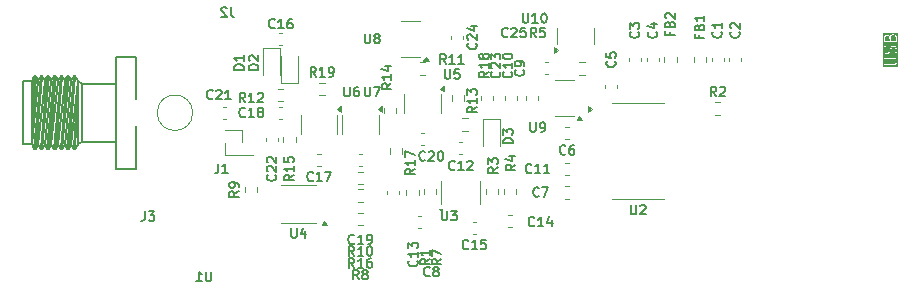
<source format=gbr>
%TF.GenerationSoftware,KiCad,Pcbnew,8.0.3-8.0.3-0~ubuntu22.04.1*%
%TF.CreationDate,2024-10-11T11:53:38+02:00*%
%TF.ProjectId,ADC_pHAT_AFE,4144435f-7048-4415-945f-4146452e6b69,rev?*%
%TF.SameCoordinates,PX5cbead0PY5705d50*%
%TF.FileFunction,Legend,Top*%
%TF.FilePolarity,Positive*%
%FSLAX46Y46*%
G04 Gerber Fmt 4.6, Leading zero omitted, Abs format (unit mm)*
G04 Created by KiCad (PCBNEW 8.0.3-8.0.3-0~ubuntu22.04.1) date 2024-10-11 11:53:38*
%MOMM*%
%LPD*%
G01*
G04 APERTURE LIST*
%ADD10C,0.100000*%
%ADD11C,0.150000*%
%ADD12C,0.120000*%
%ADD13C,0.200000*%
G04 APERTURE END LIST*
D10*
G36*
X63717823Y21495009D02*
G01*
X63718016Y21494720D01*
X63756697Y21459299D01*
X63798672Y21381346D01*
X63801691Y21101754D01*
X63421917Y21100336D01*
X63419017Y21368915D01*
X63455104Y21446909D01*
X63455393Y21447101D01*
X63490814Y21485783D01*
X63569028Y21527899D01*
X63641526Y21530311D01*
X63717823Y21495009D01*
G37*
G36*
X64241631Y21542628D02*
G01*
X64241825Y21542338D01*
X64280507Y21506918D01*
X64322474Y21428979D01*
X64325568Y21103711D01*
X63898088Y21102114D01*
X63895196Y21369922D01*
X63896043Y21371407D01*
X63935375Y21498863D01*
X63967004Y21533402D01*
X64045102Y21575455D01*
X64164615Y21578263D01*
X64241631Y21542628D01*
G37*
G36*
X64533530Y18892774D02*
G01*
X63211308Y18892774D01*
X63211308Y19644447D01*
X63326225Y19644447D01*
X63326225Y19606179D01*
X63353285Y19579119D01*
X63372419Y19575313D01*
X64163141Y19578945D01*
X64241631Y19542628D01*
X64241825Y19542338D01*
X64280507Y19506918D01*
X64322527Y19428882D01*
X64325555Y19262093D01*
X64289733Y19184673D01*
X64289445Y19184479D01*
X64254022Y19145797D01*
X64176137Y19103859D01*
X63353285Y19100079D01*
X63326225Y19073019D01*
X63326225Y19034751D01*
X63353285Y19007691D01*
X63372419Y19003885D01*
X64174808Y19007571D01*
X64185487Y19004011D01*
X64198887Y19007681D01*
X64201076Y19007691D01*
X64201887Y19008503D01*
X64204303Y19009164D01*
X64290003Y19055310D01*
X64296314Y19055310D01*
X64312535Y19066148D01*
X64314873Y19068702D01*
X64314952Y19068744D01*
X64314974Y19068813D01*
X64352330Y19109608D01*
X64357560Y19111350D01*
X64369521Y19126762D01*
X64412037Y19218652D01*
X64418613Y19225227D01*
X64421277Y19238621D01*
X64422293Y19240816D01*
X64421930Y19241905D01*
X64422419Y19244361D01*
X64419071Y19428718D01*
X64422293Y19438382D01*
X64418654Y19451667D01*
X64418613Y19453971D01*
X64417801Y19454783D01*
X64417140Y19457198D01*
X64370994Y19542899D01*
X64370994Y19549210D01*
X64360155Y19565431D01*
X64357603Y19567768D01*
X64357560Y19567848D01*
X64357489Y19567872D01*
X64316694Y19605227D01*
X64314952Y19610454D01*
X64299540Y19622416D01*
X64207651Y19664932D01*
X64201076Y19671507D01*
X64187682Y19674172D01*
X64185487Y19675187D01*
X64184398Y19674825D01*
X64181942Y19675313D01*
X63353285Y19671507D01*
X63326225Y19644447D01*
X63211308Y19644447D01*
X63211308Y20482456D01*
X63322419Y20482456D01*
X63325847Y20250725D01*
X63322545Y20240816D01*
X63326191Y20227502D01*
X63326225Y20225227D01*
X63327036Y20224416D01*
X63327698Y20222000D01*
X63373844Y20136300D01*
X63373844Y20129989D01*
X63384683Y20113768D01*
X63387234Y20111432D01*
X63387278Y20111351D01*
X63387347Y20111328D01*
X63428141Y20073973D01*
X63429884Y20068744D01*
X63445296Y20056783D01*
X63537185Y20014267D01*
X63543761Y20007691D01*
X63557154Y20005027D01*
X63559350Y20004011D01*
X63560438Y20004374D01*
X63562895Y20003885D01*
X63653054Y20006886D01*
X63661678Y20004011D01*
X63674817Y20007610D01*
X63677267Y20007691D01*
X63678078Y20008503D01*
X63680494Y20009164D01*
X63766194Y20055310D01*
X63772505Y20055310D01*
X63788726Y20066149D01*
X63791062Y20068701D01*
X63791143Y20068744D01*
X63791166Y20068814D01*
X63828521Y20109608D01*
X63833750Y20111350D01*
X63845711Y20126762D01*
X63885415Y20212575D01*
X63888783Y20214595D01*
X63897116Y20232234D01*
X63937899Y20408547D01*
X63940949Y20412476D01*
X63978913Y20494528D01*
X63979202Y20494720D01*
X64014623Y20533402D01*
X64092837Y20575518D01*
X64165335Y20577930D01*
X64241631Y20542628D01*
X64241825Y20542338D01*
X64280507Y20506918D01*
X64322506Y20428920D01*
X64325689Y20213790D01*
X64324985Y20212553D01*
X64274926Y20050341D01*
X64292040Y20016112D01*
X64328344Y20004011D01*
X64362573Y20021125D01*
X64372234Y20038074D01*
X64413813Y20172809D01*
X64418613Y20177608D01*
X64422419Y20196742D01*
X64418990Y20428475D01*
X64422293Y20438382D01*
X64418646Y20451697D01*
X64418613Y20453971D01*
X64417801Y20454783D01*
X64417140Y20457198D01*
X64370994Y20542899D01*
X64370994Y20549210D01*
X64360155Y20565431D01*
X64357603Y20567768D01*
X64357560Y20567848D01*
X64357489Y20567872D01*
X64316694Y20605227D01*
X64314952Y20610454D01*
X64299540Y20622416D01*
X64207651Y20664932D01*
X64201076Y20671507D01*
X64187682Y20674172D01*
X64185487Y20675187D01*
X64184398Y20674825D01*
X64181942Y20675313D01*
X64091781Y20672313D01*
X64083159Y20675187D01*
X64070019Y20671589D01*
X64067570Y20671507D01*
X64066758Y20670696D01*
X64064343Y20670034D01*
X63978642Y20623888D01*
X63972331Y20623888D01*
X63956110Y20613049D01*
X63953773Y20610498D01*
X63953693Y20610454D01*
X63953669Y20610384D01*
X63916315Y20569590D01*
X63911087Y20567847D01*
X63899125Y20552435D01*
X63859420Y20466624D01*
X63856054Y20464603D01*
X63847721Y20446964D01*
X63806937Y20270652D01*
X63803887Y20266721D01*
X63765923Y20184672D01*
X63765634Y20184478D01*
X63730214Y20145797D01*
X63651998Y20103681D01*
X63579502Y20101269D01*
X63503205Y20136571D01*
X63503012Y20136860D01*
X63464330Y20172280D01*
X63422331Y20250280D01*
X63419148Y20465409D01*
X63419853Y20466645D01*
X63469912Y20628857D01*
X63452798Y20663085D01*
X63416494Y20675187D01*
X63382265Y20658072D01*
X63372604Y20641124D01*
X63331024Y20506390D01*
X63326225Y20501590D01*
X63322419Y20482456D01*
X63211308Y20482456D01*
X63211308Y21387218D01*
X63322419Y21387218D01*
X63326225Y21034751D01*
X63353285Y21007691D01*
X63372419Y21003885D01*
X64391553Y21007691D01*
X64418613Y21034751D01*
X64422419Y21053885D01*
X64418859Y21428082D01*
X64422293Y21438382D01*
X64418634Y21451742D01*
X64418613Y21453971D01*
X64417801Y21454783D01*
X64417140Y21457198D01*
X64370994Y21542899D01*
X64370994Y21549210D01*
X64360155Y21565431D01*
X64357603Y21567768D01*
X64357560Y21567848D01*
X64357489Y21567872D01*
X64316694Y21605227D01*
X64314952Y21610454D01*
X64299540Y21622416D01*
X64207651Y21664932D01*
X64201076Y21671507D01*
X64187682Y21674172D01*
X64185487Y21675187D01*
X64184398Y21674825D01*
X64181942Y21675313D01*
X64044826Y21672092D01*
X64035540Y21675187D01*
X64022304Y21671563D01*
X64019951Y21671507D01*
X64019139Y21670696D01*
X64016724Y21670034D01*
X63931023Y21623888D01*
X63924712Y21623888D01*
X63908491Y21613049D01*
X63906154Y21610498D01*
X63906074Y21610454D01*
X63906050Y21610384D01*
X63865934Y21566574D01*
X63858455Y21562834D01*
X63851767Y21551102D01*
X63850034Y21549209D01*
X63850034Y21548062D01*
X63848794Y21545886D01*
X63838934Y21513937D01*
X63836345Y21517812D01*
X63833793Y21520149D01*
X63833750Y21520229D01*
X63833679Y21520253D01*
X63792885Y21557607D01*
X63791143Y21562835D01*
X63775731Y21574797D01*
X63683842Y21617313D01*
X63677267Y21623888D01*
X63663873Y21626553D01*
X63661678Y21627568D01*
X63660589Y21627206D01*
X63658133Y21627694D01*
X63567972Y21624694D01*
X63559350Y21627568D01*
X63546210Y21623970D01*
X63543761Y21623888D01*
X63542949Y21623077D01*
X63540534Y21622415D01*
X63454833Y21576269D01*
X63448522Y21576269D01*
X63432301Y21565430D01*
X63429964Y21562879D01*
X63429884Y21562835D01*
X63429860Y21562765D01*
X63392506Y21521971D01*
X63387278Y21520228D01*
X63375316Y21504816D01*
X63332800Y21412928D01*
X63326225Y21406352D01*
X63323560Y21392959D01*
X63322545Y21390763D01*
X63322907Y21389675D01*
X63322419Y21387218D01*
X63211308Y21387218D01*
X63211308Y21786424D01*
X64533530Y21786424D01*
X64533530Y18892774D01*
G37*
D11*
X28145714Y3533896D02*
X28107618Y3495800D01*
X28107618Y3495800D02*
X27993333Y3457705D01*
X27993333Y3457705D02*
X27917142Y3457705D01*
X27917142Y3457705D02*
X27802856Y3495800D01*
X27802856Y3495800D02*
X27726666Y3571991D01*
X27726666Y3571991D02*
X27688571Y3648181D01*
X27688571Y3648181D02*
X27650475Y3800562D01*
X27650475Y3800562D02*
X27650475Y3914848D01*
X27650475Y3914848D02*
X27688571Y4067229D01*
X27688571Y4067229D02*
X27726666Y4143420D01*
X27726666Y4143420D02*
X27802856Y4219610D01*
X27802856Y4219610D02*
X27917142Y4257705D01*
X27917142Y4257705D02*
X27993333Y4257705D01*
X27993333Y4257705D02*
X28107618Y4219610D01*
X28107618Y4219610D02*
X28145714Y4181515D01*
X28907618Y3457705D02*
X28450475Y3457705D01*
X28679047Y3457705D02*
X28679047Y4257705D01*
X28679047Y4257705D02*
X28602856Y4143420D01*
X28602856Y4143420D02*
X28526666Y4067229D01*
X28526666Y4067229D02*
X28450475Y4029134D01*
X29631428Y4257705D02*
X29250476Y4257705D01*
X29250476Y4257705D02*
X29212380Y3876753D01*
X29212380Y3876753D02*
X29250476Y3914848D01*
X29250476Y3914848D02*
X29326666Y3952943D01*
X29326666Y3952943D02*
X29517142Y3952943D01*
X29517142Y3952943D02*
X29593333Y3914848D01*
X29593333Y3914848D02*
X29631428Y3876753D01*
X29631428Y3876753D02*
X29669523Y3800562D01*
X29669523Y3800562D02*
X29669523Y3610086D01*
X29669523Y3610086D02*
X29631428Y3533896D01*
X29631428Y3533896D02*
X29593333Y3495800D01*
X29593333Y3495800D02*
X29517142Y3457705D01*
X29517142Y3457705D02*
X29326666Y3457705D01*
X29326666Y3457705D02*
X29250476Y3495800D01*
X29250476Y3495800D02*
X29212380Y3533896D01*
X31892295Y12409525D02*
X31092295Y12409525D01*
X31092295Y12409525D02*
X31092295Y12600001D01*
X31092295Y12600001D02*
X31130390Y12714287D01*
X31130390Y12714287D02*
X31206580Y12790477D01*
X31206580Y12790477D02*
X31282771Y12828572D01*
X31282771Y12828572D02*
X31435152Y12866668D01*
X31435152Y12866668D02*
X31549438Y12866668D01*
X31549438Y12866668D02*
X31701819Y12828572D01*
X31701819Y12828572D02*
X31778009Y12790477D01*
X31778009Y12790477D02*
X31854200Y12714287D01*
X31854200Y12714287D02*
X31892295Y12600001D01*
X31892295Y12600001D02*
X31892295Y12409525D01*
X31092295Y13133334D02*
X31092295Y13628572D01*
X31092295Y13628572D02*
X31397057Y13361906D01*
X31397057Y13361906D02*
X31397057Y13476191D01*
X31397057Y13476191D02*
X31435152Y13552382D01*
X31435152Y13552382D02*
X31473247Y13590477D01*
X31473247Y13590477D02*
X31549438Y13628572D01*
X31549438Y13628572D02*
X31739914Y13628572D01*
X31739914Y13628572D02*
X31816104Y13590477D01*
X31816104Y13590477D02*
X31854200Y13552382D01*
X31854200Y13552382D02*
X31892295Y13476191D01*
X31892295Y13476191D02*
X31892295Y13247620D01*
X31892295Y13247620D02*
X31854200Y13171429D01*
X31854200Y13171429D02*
X31816104Y13133334D01*
X23786104Y2485715D02*
X23824200Y2447619D01*
X23824200Y2447619D02*
X23862295Y2333334D01*
X23862295Y2333334D02*
X23862295Y2257143D01*
X23862295Y2257143D02*
X23824200Y2142857D01*
X23824200Y2142857D02*
X23748009Y2066667D01*
X23748009Y2066667D02*
X23671819Y2028572D01*
X23671819Y2028572D02*
X23519438Y1990476D01*
X23519438Y1990476D02*
X23405152Y1990476D01*
X23405152Y1990476D02*
X23252771Y2028572D01*
X23252771Y2028572D02*
X23176580Y2066667D01*
X23176580Y2066667D02*
X23100390Y2142857D01*
X23100390Y2142857D02*
X23062295Y2257143D01*
X23062295Y2257143D02*
X23062295Y2333334D01*
X23062295Y2333334D02*
X23100390Y2447619D01*
X23100390Y2447619D02*
X23138485Y2485715D01*
X23862295Y3247619D02*
X23862295Y2790476D01*
X23862295Y3019048D02*
X23062295Y3019048D01*
X23062295Y3019048D02*
X23176580Y2942857D01*
X23176580Y2942857D02*
X23252771Y2866667D01*
X23252771Y2866667D02*
X23290866Y2790476D01*
X23062295Y3514286D02*
X23062295Y4009524D01*
X23062295Y4009524D02*
X23367057Y3742858D01*
X23367057Y3742858D02*
X23367057Y3857143D01*
X23367057Y3857143D02*
X23405152Y3933334D01*
X23405152Y3933334D02*
X23443247Y3971429D01*
X23443247Y3971429D02*
X23519438Y4009524D01*
X23519438Y4009524D02*
X23709914Y4009524D01*
X23709914Y4009524D02*
X23786104Y3971429D01*
X23786104Y3971429D02*
X23824200Y3933334D01*
X23824200Y3933334D02*
X23862295Y3857143D01*
X23862295Y3857143D02*
X23862295Y3628572D01*
X23862295Y3628572D02*
X23824200Y3552381D01*
X23824200Y3552381D02*
X23786104Y3514286D01*
X26235714Y19137705D02*
X25969047Y19518658D01*
X25778571Y19137705D02*
X25778571Y19937705D01*
X25778571Y19937705D02*
X26083333Y19937705D01*
X26083333Y19937705D02*
X26159523Y19899610D01*
X26159523Y19899610D02*
X26197618Y19861515D01*
X26197618Y19861515D02*
X26235714Y19785324D01*
X26235714Y19785324D02*
X26235714Y19671039D01*
X26235714Y19671039D02*
X26197618Y19594848D01*
X26197618Y19594848D02*
X26159523Y19556753D01*
X26159523Y19556753D02*
X26083333Y19518658D01*
X26083333Y19518658D02*
X25778571Y19518658D01*
X26997618Y19137705D02*
X26540475Y19137705D01*
X26769047Y19137705D02*
X26769047Y19937705D01*
X26769047Y19937705D02*
X26692856Y19823420D01*
X26692856Y19823420D02*
X26616666Y19747229D01*
X26616666Y19747229D02*
X26540475Y19709134D01*
X27759523Y19137705D02*
X27302380Y19137705D01*
X27530952Y19137705D02*
X27530952Y19937705D01*
X27530952Y19937705D02*
X27454761Y19823420D01*
X27454761Y19823420D02*
X27378571Y19747229D01*
X27378571Y19747229D02*
X27302380Y19709134D01*
X32786104Y18616668D02*
X32824200Y18578572D01*
X32824200Y18578572D02*
X32862295Y18464287D01*
X32862295Y18464287D02*
X32862295Y18388096D01*
X32862295Y18388096D02*
X32824200Y18273810D01*
X32824200Y18273810D02*
X32748009Y18197620D01*
X32748009Y18197620D02*
X32671819Y18159525D01*
X32671819Y18159525D02*
X32519438Y18121429D01*
X32519438Y18121429D02*
X32405152Y18121429D01*
X32405152Y18121429D02*
X32252771Y18159525D01*
X32252771Y18159525D02*
X32176580Y18197620D01*
X32176580Y18197620D02*
X32100390Y18273810D01*
X32100390Y18273810D02*
X32062295Y18388096D01*
X32062295Y18388096D02*
X32062295Y18464287D01*
X32062295Y18464287D02*
X32100390Y18578572D01*
X32100390Y18578572D02*
X32138485Y18616668D01*
X32862295Y18997620D02*
X32862295Y19150001D01*
X32862295Y19150001D02*
X32824200Y19226191D01*
X32824200Y19226191D02*
X32786104Y19264287D01*
X32786104Y19264287D02*
X32671819Y19340477D01*
X32671819Y19340477D02*
X32519438Y19378572D01*
X32519438Y19378572D02*
X32214676Y19378572D01*
X32214676Y19378572D02*
X32138485Y19340477D01*
X32138485Y19340477D02*
X32100390Y19302382D01*
X32100390Y19302382D02*
X32062295Y19226191D01*
X32062295Y19226191D02*
X32062295Y19073810D01*
X32062295Y19073810D02*
X32100390Y18997620D01*
X32100390Y18997620D02*
X32138485Y18959525D01*
X32138485Y18959525D02*
X32214676Y18921429D01*
X32214676Y18921429D02*
X32405152Y18921429D01*
X32405152Y18921429D02*
X32481342Y18959525D01*
X32481342Y18959525D02*
X32519438Y18997620D01*
X32519438Y18997620D02*
X32557533Y19073810D01*
X32557533Y19073810D02*
X32557533Y19226191D01*
X32557533Y19226191D02*
X32519438Y19302382D01*
X32519438Y19302382D02*
X32481342Y19340477D01*
X32481342Y19340477D02*
X32405152Y19378572D01*
X21612295Y17485715D02*
X21231342Y17219048D01*
X21612295Y17028572D02*
X20812295Y17028572D01*
X20812295Y17028572D02*
X20812295Y17333334D01*
X20812295Y17333334D02*
X20850390Y17409524D01*
X20850390Y17409524D02*
X20888485Y17447619D01*
X20888485Y17447619D02*
X20964676Y17485715D01*
X20964676Y17485715D02*
X21078961Y17485715D01*
X21078961Y17485715D02*
X21155152Y17447619D01*
X21155152Y17447619D02*
X21193247Y17409524D01*
X21193247Y17409524D02*
X21231342Y17333334D01*
X21231342Y17333334D02*
X21231342Y17028572D01*
X21612295Y18247619D02*
X21612295Y17790476D01*
X21612295Y18019048D02*
X20812295Y18019048D01*
X20812295Y18019048D02*
X20926580Y17942857D01*
X20926580Y17942857D02*
X21002771Y17866667D01*
X21002771Y17866667D02*
X21040866Y17790476D01*
X21078961Y18933334D02*
X21612295Y18933334D01*
X20774200Y18742858D02*
X21345628Y18552381D01*
X21345628Y18552381D02*
X21345628Y19047620D01*
X44036104Y21866668D02*
X44074200Y21828572D01*
X44074200Y21828572D02*
X44112295Y21714287D01*
X44112295Y21714287D02*
X44112295Y21638096D01*
X44112295Y21638096D02*
X44074200Y21523810D01*
X44074200Y21523810D02*
X43998009Y21447620D01*
X43998009Y21447620D02*
X43921819Y21409525D01*
X43921819Y21409525D02*
X43769438Y21371429D01*
X43769438Y21371429D02*
X43655152Y21371429D01*
X43655152Y21371429D02*
X43502771Y21409525D01*
X43502771Y21409525D02*
X43426580Y21447620D01*
X43426580Y21447620D02*
X43350390Y21523810D01*
X43350390Y21523810D02*
X43312295Y21638096D01*
X43312295Y21638096D02*
X43312295Y21714287D01*
X43312295Y21714287D02*
X43350390Y21828572D01*
X43350390Y21828572D02*
X43388485Y21866668D01*
X43578961Y22552382D02*
X44112295Y22552382D01*
X43274200Y22361906D02*
X43845628Y22171429D01*
X43845628Y22171429D02*
X43845628Y22666668D01*
X30612295Y10366668D02*
X30231342Y10100001D01*
X30612295Y9909525D02*
X29812295Y9909525D01*
X29812295Y9909525D02*
X29812295Y10214287D01*
X29812295Y10214287D02*
X29850390Y10290477D01*
X29850390Y10290477D02*
X29888485Y10328572D01*
X29888485Y10328572D02*
X29964676Y10366668D01*
X29964676Y10366668D02*
X30078961Y10366668D01*
X30078961Y10366668D02*
X30155152Y10328572D01*
X30155152Y10328572D02*
X30193247Y10290477D01*
X30193247Y10290477D02*
X30231342Y10214287D01*
X30231342Y10214287D02*
X30231342Y9909525D01*
X29812295Y10633334D02*
X29812295Y11128572D01*
X29812295Y11128572D02*
X30117057Y10861906D01*
X30117057Y10861906D02*
X30117057Y10976191D01*
X30117057Y10976191D02*
X30155152Y11052382D01*
X30155152Y11052382D02*
X30193247Y11090477D01*
X30193247Y11090477D02*
X30269438Y11128572D01*
X30269438Y11128572D02*
X30459914Y11128572D01*
X30459914Y11128572D02*
X30536104Y11090477D01*
X30536104Y11090477D02*
X30574200Y11052382D01*
X30574200Y11052382D02*
X30612295Y10976191D01*
X30612295Y10976191D02*
X30612295Y10747620D01*
X30612295Y10747620D02*
X30574200Y10671429D01*
X30574200Y10671429D02*
X30536104Y10633334D01*
X10362295Y18659525D02*
X9562295Y18659525D01*
X9562295Y18659525D02*
X9562295Y18850001D01*
X9562295Y18850001D02*
X9600390Y18964287D01*
X9600390Y18964287D02*
X9676580Y19040477D01*
X9676580Y19040477D02*
X9752771Y19078572D01*
X9752771Y19078572D02*
X9905152Y19116668D01*
X9905152Y19116668D02*
X10019438Y19116668D01*
X10019438Y19116668D02*
X10171819Y19078572D01*
X10171819Y19078572D02*
X10248009Y19040477D01*
X10248009Y19040477D02*
X10324200Y18964287D01*
X10324200Y18964287D02*
X10362295Y18850001D01*
X10362295Y18850001D02*
X10362295Y18659525D01*
X9638485Y19421429D02*
X9600390Y19459525D01*
X9600390Y19459525D02*
X9562295Y19535715D01*
X9562295Y19535715D02*
X9562295Y19726191D01*
X9562295Y19726191D02*
X9600390Y19802382D01*
X9600390Y19802382D02*
X9638485Y19840477D01*
X9638485Y19840477D02*
X9714676Y19878572D01*
X9714676Y19878572D02*
X9790866Y19878572D01*
X9790866Y19878572D02*
X9905152Y19840477D01*
X9905152Y19840477D02*
X10362295Y19383334D01*
X10362295Y19383334D02*
X10362295Y19878572D01*
X33866667Y21387705D02*
X33600000Y21768658D01*
X33409524Y21387705D02*
X33409524Y22187705D01*
X33409524Y22187705D02*
X33714286Y22187705D01*
X33714286Y22187705D02*
X33790476Y22149610D01*
X33790476Y22149610D02*
X33828571Y22111515D01*
X33828571Y22111515D02*
X33866667Y22035324D01*
X33866667Y22035324D02*
X33866667Y21921039D01*
X33866667Y21921039D02*
X33828571Y21844848D01*
X33828571Y21844848D02*
X33790476Y21806753D01*
X33790476Y21806753D02*
X33714286Y21768658D01*
X33714286Y21768658D02*
X33409524Y21768658D01*
X34590476Y22187705D02*
X34209524Y22187705D01*
X34209524Y22187705D02*
X34171428Y21806753D01*
X34171428Y21806753D02*
X34209524Y21844848D01*
X34209524Y21844848D02*
X34285714Y21882943D01*
X34285714Y21882943D02*
X34476190Y21882943D01*
X34476190Y21882943D02*
X34552381Y21844848D01*
X34552381Y21844848D02*
X34590476Y21806753D01*
X34590476Y21806753D02*
X34628571Y21730562D01*
X34628571Y21730562D02*
X34628571Y21540086D01*
X34628571Y21540086D02*
X34590476Y21463896D01*
X34590476Y21463896D02*
X34552381Y21425800D01*
X34552381Y21425800D02*
X34476190Y21387705D01*
X34476190Y21387705D02*
X34285714Y21387705D01*
X34285714Y21387705D02*
X34209524Y21425800D01*
X34209524Y21425800D02*
X34171428Y21463896D01*
X19390476Y21687705D02*
X19390476Y21040086D01*
X19390476Y21040086D02*
X19428571Y20963896D01*
X19428571Y20963896D02*
X19466666Y20925800D01*
X19466666Y20925800D02*
X19542857Y20887705D01*
X19542857Y20887705D02*
X19695238Y20887705D01*
X19695238Y20887705D02*
X19771428Y20925800D01*
X19771428Y20925800D02*
X19809523Y20963896D01*
X19809523Y20963896D02*
X19847619Y21040086D01*
X19847619Y21040086D02*
X19847619Y21687705D01*
X20342856Y21344848D02*
X20266666Y21382943D01*
X20266666Y21382943D02*
X20228571Y21421039D01*
X20228571Y21421039D02*
X20190475Y21497229D01*
X20190475Y21497229D02*
X20190475Y21535324D01*
X20190475Y21535324D02*
X20228571Y21611515D01*
X20228571Y21611515D02*
X20266666Y21649610D01*
X20266666Y21649610D02*
X20342856Y21687705D01*
X20342856Y21687705D02*
X20495237Y21687705D01*
X20495237Y21687705D02*
X20571428Y21649610D01*
X20571428Y21649610D02*
X20609523Y21611515D01*
X20609523Y21611515D02*
X20647618Y21535324D01*
X20647618Y21535324D02*
X20647618Y21497229D01*
X20647618Y21497229D02*
X20609523Y21421039D01*
X20609523Y21421039D02*
X20571428Y21382943D01*
X20571428Y21382943D02*
X20495237Y21344848D01*
X20495237Y21344848D02*
X20342856Y21344848D01*
X20342856Y21344848D02*
X20266666Y21306753D01*
X20266666Y21306753D02*
X20228571Y21268658D01*
X20228571Y21268658D02*
X20190475Y21192467D01*
X20190475Y21192467D02*
X20190475Y21040086D01*
X20190475Y21040086D02*
X20228571Y20963896D01*
X20228571Y20963896D02*
X20266666Y20925800D01*
X20266666Y20925800D02*
X20342856Y20887705D01*
X20342856Y20887705D02*
X20495237Y20887705D01*
X20495237Y20887705D02*
X20571428Y20925800D01*
X20571428Y20925800D02*
X20609523Y20963896D01*
X20609523Y20963896D02*
X20647618Y21040086D01*
X20647618Y21040086D02*
X20647618Y21192467D01*
X20647618Y21192467D02*
X20609523Y21268658D01*
X20609523Y21268658D02*
X20571428Y21306753D01*
X20571428Y21306753D02*
X20495237Y21344848D01*
X9112295Y18659525D02*
X8312295Y18659525D01*
X8312295Y18659525D02*
X8312295Y18850001D01*
X8312295Y18850001D02*
X8350390Y18964287D01*
X8350390Y18964287D02*
X8426580Y19040477D01*
X8426580Y19040477D02*
X8502771Y19078572D01*
X8502771Y19078572D02*
X8655152Y19116668D01*
X8655152Y19116668D02*
X8769438Y19116668D01*
X8769438Y19116668D02*
X8921819Y19078572D01*
X8921819Y19078572D02*
X8998009Y19040477D01*
X8998009Y19040477D02*
X9074200Y18964287D01*
X9074200Y18964287D02*
X9112295Y18850001D01*
X9112295Y18850001D02*
X9112295Y18659525D01*
X9112295Y19878572D02*
X9112295Y19421429D01*
X9112295Y19650001D02*
X8312295Y19650001D01*
X8312295Y19650001D02*
X8426580Y19573810D01*
X8426580Y19573810D02*
X8502771Y19497620D01*
X8502771Y19497620D02*
X8540866Y19421429D01*
X25890476Y6687705D02*
X25890476Y6040086D01*
X25890476Y6040086D02*
X25928571Y5963896D01*
X25928571Y5963896D02*
X25966666Y5925800D01*
X25966666Y5925800D02*
X26042857Y5887705D01*
X26042857Y5887705D02*
X26195238Y5887705D01*
X26195238Y5887705D02*
X26271428Y5925800D01*
X26271428Y5925800D02*
X26309523Y5963896D01*
X26309523Y5963896D02*
X26347619Y6040086D01*
X26347619Y6040086D02*
X26347619Y6687705D01*
X26652380Y6687705D02*
X27147618Y6687705D01*
X27147618Y6687705D02*
X26880952Y6382943D01*
X26880952Y6382943D02*
X26995237Y6382943D01*
X26995237Y6382943D02*
X27071428Y6344848D01*
X27071428Y6344848D02*
X27109523Y6306753D01*
X27109523Y6306753D02*
X27147618Y6230562D01*
X27147618Y6230562D02*
X27147618Y6040086D01*
X27147618Y6040086D02*
X27109523Y5963896D01*
X27109523Y5963896D02*
X27071428Y5925800D01*
X27071428Y5925800D02*
X26995237Y5887705D01*
X26995237Y5887705D02*
X26766666Y5887705D01*
X26766666Y5887705D02*
X26690475Y5925800D01*
X26690475Y5925800D02*
X26652380Y5963896D01*
X15235714Y18067705D02*
X14969047Y18448658D01*
X14778571Y18067705D02*
X14778571Y18867705D01*
X14778571Y18867705D02*
X15083333Y18867705D01*
X15083333Y18867705D02*
X15159523Y18829610D01*
X15159523Y18829610D02*
X15197618Y18791515D01*
X15197618Y18791515D02*
X15235714Y18715324D01*
X15235714Y18715324D02*
X15235714Y18601039D01*
X15235714Y18601039D02*
X15197618Y18524848D01*
X15197618Y18524848D02*
X15159523Y18486753D01*
X15159523Y18486753D02*
X15083333Y18448658D01*
X15083333Y18448658D02*
X14778571Y18448658D01*
X15997618Y18067705D02*
X15540475Y18067705D01*
X15769047Y18067705D02*
X15769047Y18867705D01*
X15769047Y18867705D02*
X15692856Y18753420D01*
X15692856Y18753420D02*
X15616666Y18677229D01*
X15616666Y18677229D02*
X15540475Y18639134D01*
X16378571Y18067705D02*
X16530952Y18067705D01*
X16530952Y18067705D02*
X16607142Y18105800D01*
X16607142Y18105800D02*
X16645238Y18143896D01*
X16645238Y18143896D02*
X16721428Y18258181D01*
X16721428Y18258181D02*
X16759523Y18410562D01*
X16759523Y18410562D02*
X16759523Y18715324D01*
X16759523Y18715324D02*
X16721428Y18791515D01*
X16721428Y18791515D02*
X16683333Y18829610D01*
X16683333Y18829610D02*
X16607142Y18867705D01*
X16607142Y18867705D02*
X16454761Y18867705D01*
X16454761Y18867705D02*
X16378571Y18829610D01*
X16378571Y18829610D02*
X16340476Y18791515D01*
X16340476Y18791515D02*
X16302380Y18715324D01*
X16302380Y18715324D02*
X16302380Y18524848D01*
X16302380Y18524848D02*
X16340476Y18448658D01*
X16340476Y18448658D02*
X16378571Y18410562D01*
X16378571Y18410562D02*
X16454761Y18372467D01*
X16454761Y18372467D02*
X16607142Y18372467D01*
X16607142Y18372467D02*
X16683333Y18410562D01*
X16683333Y18410562D02*
X16721428Y18448658D01*
X16721428Y18448658D02*
X16759523Y18524848D01*
X767731Y6655705D02*
X767731Y6084277D01*
X767731Y6084277D02*
X729636Y5969991D01*
X729636Y5969991D02*
X653445Y5893800D01*
X653445Y5893800D02*
X539160Y5855705D01*
X539160Y5855705D02*
X462969Y5855705D01*
X1072493Y6655705D02*
X1567731Y6655705D01*
X1567731Y6655705D02*
X1301065Y6350943D01*
X1301065Y6350943D02*
X1415350Y6350943D01*
X1415350Y6350943D02*
X1491541Y6312848D01*
X1491541Y6312848D02*
X1529636Y6274753D01*
X1529636Y6274753D02*
X1567731Y6198562D01*
X1567731Y6198562D02*
X1567731Y6008086D01*
X1567731Y6008086D02*
X1529636Y5931896D01*
X1529636Y5931896D02*
X1491541Y5893800D01*
X1491541Y5893800D02*
X1415350Y5855705D01*
X1415350Y5855705D02*
X1186779Y5855705D01*
X1186779Y5855705D02*
X1110588Y5893800D01*
X1110588Y5893800D02*
X1072493Y5931896D01*
X13140476Y5237705D02*
X13140476Y4590086D01*
X13140476Y4590086D02*
X13178571Y4513896D01*
X13178571Y4513896D02*
X13216666Y4475800D01*
X13216666Y4475800D02*
X13292857Y4437705D01*
X13292857Y4437705D02*
X13445238Y4437705D01*
X13445238Y4437705D02*
X13521428Y4475800D01*
X13521428Y4475800D02*
X13559523Y4513896D01*
X13559523Y4513896D02*
X13597619Y4590086D01*
X13597619Y4590086D02*
X13597619Y5237705D01*
X14321428Y4971039D02*
X14321428Y4437705D01*
X14130952Y5275800D02*
X13940475Y4704372D01*
X13940475Y4704372D02*
X14435714Y4704372D01*
X9235714Y14713896D02*
X9197618Y14675800D01*
X9197618Y14675800D02*
X9083333Y14637705D01*
X9083333Y14637705D02*
X9007142Y14637705D01*
X9007142Y14637705D02*
X8892856Y14675800D01*
X8892856Y14675800D02*
X8816666Y14751991D01*
X8816666Y14751991D02*
X8778571Y14828181D01*
X8778571Y14828181D02*
X8740475Y14980562D01*
X8740475Y14980562D02*
X8740475Y15094848D01*
X8740475Y15094848D02*
X8778571Y15247229D01*
X8778571Y15247229D02*
X8816666Y15323420D01*
X8816666Y15323420D02*
X8892856Y15399610D01*
X8892856Y15399610D02*
X9007142Y15437705D01*
X9007142Y15437705D02*
X9083333Y15437705D01*
X9083333Y15437705D02*
X9197618Y15399610D01*
X9197618Y15399610D02*
X9235714Y15361515D01*
X9997618Y14637705D02*
X9540475Y14637705D01*
X9769047Y14637705D02*
X9769047Y15437705D01*
X9769047Y15437705D02*
X9692856Y15323420D01*
X9692856Y15323420D02*
X9616666Y15247229D01*
X9616666Y15247229D02*
X9540475Y15209134D01*
X10454761Y15094848D02*
X10378571Y15132943D01*
X10378571Y15132943D02*
X10340476Y15171039D01*
X10340476Y15171039D02*
X10302380Y15247229D01*
X10302380Y15247229D02*
X10302380Y15285324D01*
X10302380Y15285324D02*
X10340476Y15361515D01*
X10340476Y15361515D02*
X10378571Y15399610D01*
X10378571Y15399610D02*
X10454761Y15437705D01*
X10454761Y15437705D02*
X10607142Y15437705D01*
X10607142Y15437705D02*
X10683333Y15399610D01*
X10683333Y15399610D02*
X10721428Y15361515D01*
X10721428Y15361515D02*
X10759523Y15285324D01*
X10759523Y15285324D02*
X10759523Y15247229D01*
X10759523Y15247229D02*
X10721428Y15171039D01*
X10721428Y15171039D02*
X10683333Y15132943D01*
X10683333Y15132943D02*
X10607142Y15094848D01*
X10607142Y15094848D02*
X10454761Y15094848D01*
X10454761Y15094848D02*
X10378571Y15056753D01*
X10378571Y15056753D02*
X10340476Y15018658D01*
X10340476Y15018658D02*
X10302380Y14942467D01*
X10302380Y14942467D02*
X10302380Y14790086D01*
X10302380Y14790086D02*
X10340476Y14713896D01*
X10340476Y14713896D02*
X10378571Y14675800D01*
X10378571Y14675800D02*
X10454761Y14637705D01*
X10454761Y14637705D02*
X10607142Y14637705D01*
X10607142Y14637705D02*
X10683333Y14675800D01*
X10683333Y14675800D02*
X10721428Y14713896D01*
X10721428Y14713896D02*
X10759523Y14790086D01*
X10759523Y14790086D02*
X10759523Y14942467D01*
X10759523Y14942467D02*
X10721428Y15018658D01*
X10721428Y15018658D02*
X10683333Y15056753D01*
X10683333Y15056753D02*
X10607142Y15094848D01*
X41890476Y7187705D02*
X41890476Y6540086D01*
X41890476Y6540086D02*
X41928571Y6463896D01*
X41928571Y6463896D02*
X41966666Y6425800D01*
X41966666Y6425800D02*
X42042857Y6387705D01*
X42042857Y6387705D02*
X42195238Y6387705D01*
X42195238Y6387705D02*
X42271428Y6425800D01*
X42271428Y6425800D02*
X42309523Y6463896D01*
X42309523Y6463896D02*
X42347619Y6540086D01*
X42347619Y6540086D02*
X42347619Y7187705D01*
X42690475Y7111515D02*
X42728571Y7149610D01*
X42728571Y7149610D02*
X42804761Y7187705D01*
X42804761Y7187705D02*
X42995237Y7187705D01*
X42995237Y7187705D02*
X43071428Y7149610D01*
X43071428Y7149610D02*
X43109523Y7111515D01*
X43109523Y7111515D02*
X43147618Y7035324D01*
X43147618Y7035324D02*
X43147618Y6959134D01*
X43147618Y6959134D02*
X43109523Y6844848D01*
X43109523Y6844848D02*
X42652380Y6387705D01*
X42652380Y6387705D02*
X43147618Y6387705D01*
X28862295Y15485715D02*
X28481342Y15219048D01*
X28862295Y15028572D02*
X28062295Y15028572D01*
X28062295Y15028572D02*
X28062295Y15333334D01*
X28062295Y15333334D02*
X28100390Y15409524D01*
X28100390Y15409524D02*
X28138485Y15447619D01*
X28138485Y15447619D02*
X28214676Y15485715D01*
X28214676Y15485715D02*
X28328961Y15485715D01*
X28328961Y15485715D02*
X28405152Y15447619D01*
X28405152Y15447619D02*
X28443247Y15409524D01*
X28443247Y15409524D02*
X28481342Y15333334D01*
X28481342Y15333334D02*
X28481342Y15028572D01*
X28862295Y16247619D02*
X28862295Y15790476D01*
X28862295Y16019048D02*
X28062295Y16019048D01*
X28062295Y16019048D02*
X28176580Y15942857D01*
X28176580Y15942857D02*
X28252771Y15866667D01*
X28252771Y15866667D02*
X28290866Y15790476D01*
X28062295Y16514286D02*
X28062295Y17009524D01*
X28062295Y17009524D02*
X28367057Y16742858D01*
X28367057Y16742858D02*
X28367057Y16857143D01*
X28367057Y16857143D02*
X28405152Y16933334D01*
X28405152Y16933334D02*
X28443247Y16971429D01*
X28443247Y16971429D02*
X28519438Y17009524D01*
X28519438Y17009524D02*
X28709914Y17009524D01*
X28709914Y17009524D02*
X28786104Y16971429D01*
X28786104Y16971429D02*
X28824200Y16933334D01*
X28824200Y16933334D02*
X28862295Y16857143D01*
X28862295Y16857143D02*
X28862295Y16628572D01*
X28862295Y16628572D02*
X28824200Y16552381D01*
X28824200Y16552381D02*
X28786104Y16514286D01*
X33485714Y9963896D02*
X33447618Y9925800D01*
X33447618Y9925800D02*
X33333333Y9887705D01*
X33333333Y9887705D02*
X33257142Y9887705D01*
X33257142Y9887705D02*
X33142856Y9925800D01*
X33142856Y9925800D02*
X33066666Y10001991D01*
X33066666Y10001991D02*
X33028571Y10078181D01*
X33028571Y10078181D02*
X32990475Y10230562D01*
X32990475Y10230562D02*
X32990475Y10344848D01*
X32990475Y10344848D02*
X33028571Y10497229D01*
X33028571Y10497229D02*
X33066666Y10573420D01*
X33066666Y10573420D02*
X33142856Y10649610D01*
X33142856Y10649610D02*
X33257142Y10687705D01*
X33257142Y10687705D02*
X33333333Y10687705D01*
X33333333Y10687705D02*
X33447618Y10649610D01*
X33447618Y10649610D02*
X33485714Y10611515D01*
X34247618Y9887705D02*
X33790475Y9887705D01*
X34019047Y9887705D02*
X34019047Y10687705D01*
X34019047Y10687705D02*
X33942856Y10573420D01*
X33942856Y10573420D02*
X33866666Y10497229D01*
X33866666Y10497229D02*
X33790475Y10459134D01*
X35009523Y9887705D02*
X34552380Y9887705D01*
X34780952Y9887705D02*
X34780952Y10687705D01*
X34780952Y10687705D02*
X34704761Y10573420D01*
X34704761Y10573420D02*
X34628571Y10497229D01*
X34628571Y10497229D02*
X34552380Y10459134D01*
X32759524Y23437705D02*
X32759524Y22790086D01*
X32759524Y22790086D02*
X32797619Y22713896D01*
X32797619Y22713896D02*
X32835714Y22675800D01*
X32835714Y22675800D02*
X32911905Y22637705D01*
X32911905Y22637705D02*
X33064286Y22637705D01*
X33064286Y22637705D02*
X33140476Y22675800D01*
X33140476Y22675800D02*
X33178571Y22713896D01*
X33178571Y22713896D02*
X33216667Y22790086D01*
X33216667Y22790086D02*
X33216667Y23437705D01*
X34016666Y22637705D02*
X33559523Y22637705D01*
X33788095Y22637705D02*
X33788095Y23437705D01*
X33788095Y23437705D02*
X33711904Y23323420D01*
X33711904Y23323420D02*
X33635714Y23247229D01*
X33635714Y23247229D02*
X33559523Y23209134D01*
X34511905Y23437705D02*
X34588095Y23437705D01*
X34588095Y23437705D02*
X34664286Y23399610D01*
X34664286Y23399610D02*
X34702381Y23361515D01*
X34702381Y23361515D02*
X34740476Y23285324D01*
X34740476Y23285324D02*
X34778571Y23132943D01*
X34778571Y23132943D02*
X34778571Y22942467D01*
X34778571Y22942467D02*
X34740476Y22790086D01*
X34740476Y22790086D02*
X34702381Y22713896D01*
X34702381Y22713896D02*
X34664286Y22675800D01*
X34664286Y22675800D02*
X34588095Y22637705D01*
X34588095Y22637705D02*
X34511905Y22637705D01*
X34511905Y22637705D02*
X34435714Y22675800D01*
X34435714Y22675800D02*
X34397619Y22713896D01*
X34397619Y22713896D02*
X34359524Y22790086D01*
X34359524Y22790086D02*
X34321428Y22942467D01*
X34321428Y22942467D02*
X34321428Y23132943D01*
X34321428Y23132943D02*
X34359524Y23285324D01*
X34359524Y23285324D02*
X34397619Y23361515D01*
X34397619Y23361515D02*
X34435714Y23399610D01*
X34435714Y23399610D02*
X34511905Y23437705D01*
X34116667Y7963896D02*
X34078571Y7925800D01*
X34078571Y7925800D02*
X33964286Y7887705D01*
X33964286Y7887705D02*
X33888095Y7887705D01*
X33888095Y7887705D02*
X33773809Y7925800D01*
X33773809Y7925800D02*
X33697619Y8001991D01*
X33697619Y8001991D02*
X33659524Y8078181D01*
X33659524Y8078181D02*
X33621428Y8230562D01*
X33621428Y8230562D02*
X33621428Y8344848D01*
X33621428Y8344848D02*
X33659524Y8497229D01*
X33659524Y8497229D02*
X33697619Y8573420D01*
X33697619Y8573420D02*
X33773809Y8649610D01*
X33773809Y8649610D02*
X33888095Y8687705D01*
X33888095Y8687705D02*
X33964286Y8687705D01*
X33964286Y8687705D02*
X34078571Y8649610D01*
X34078571Y8649610D02*
X34116667Y8611515D01*
X34383333Y8687705D02*
X34916667Y8687705D01*
X34916667Y8687705D02*
X34573809Y7887705D01*
X18866667Y887705D02*
X18600000Y1268658D01*
X18409524Y887705D02*
X18409524Y1687705D01*
X18409524Y1687705D02*
X18714286Y1687705D01*
X18714286Y1687705D02*
X18790476Y1649610D01*
X18790476Y1649610D02*
X18828571Y1611515D01*
X18828571Y1611515D02*
X18866667Y1535324D01*
X18866667Y1535324D02*
X18866667Y1421039D01*
X18866667Y1421039D02*
X18828571Y1344848D01*
X18828571Y1344848D02*
X18790476Y1306753D01*
X18790476Y1306753D02*
X18714286Y1268658D01*
X18714286Y1268658D02*
X18409524Y1268658D01*
X19323809Y1344848D02*
X19247619Y1382943D01*
X19247619Y1382943D02*
X19209524Y1421039D01*
X19209524Y1421039D02*
X19171428Y1497229D01*
X19171428Y1497229D02*
X19171428Y1535324D01*
X19171428Y1535324D02*
X19209524Y1611515D01*
X19209524Y1611515D02*
X19247619Y1649610D01*
X19247619Y1649610D02*
X19323809Y1687705D01*
X19323809Y1687705D02*
X19476190Y1687705D01*
X19476190Y1687705D02*
X19552381Y1649610D01*
X19552381Y1649610D02*
X19590476Y1611515D01*
X19590476Y1611515D02*
X19628571Y1535324D01*
X19628571Y1535324D02*
X19628571Y1497229D01*
X19628571Y1497229D02*
X19590476Y1421039D01*
X19590476Y1421039D02*
X19552381Y1382943D01*
X19552381Y1382943D02*
X19476190Y1344848D01*
X19476190Y1344848D02*
X19323809Y1344848D01*
X19323809Y1344848D02*
X19247619Y1306753D01*
X19247619Y1306753D02*
X19209524Y1268658D01*
X19209524Y1268658D02*
X19171428Y1192467D01*
X19171428Y1192467D02*
X19171428Y1040086D01*
X19171428Y1040086D02*
X19209524Y963896D01*
X19209524Y963896D02*
X19247619Y925800D01*
X19247619Y925800D02*
X19323809Y887705D01*
X19323809Y887705D02*
X19476190Y887705D01*
X19476190Y887705D02*
X19552381Y925800D01*
X19552381Y925800D02*
X19590476Y963896D01*
X19590476Y963896D02*
X19628571Y1040086D01*
X19628571Y1040086D02*
X19628571Y1192467D01*
X19628571Y1192467D02*
X19590476Y1268658D01*
X19590476Y1268658D02*
X19552381Y1306753D01*
X19552381Y1306753D02*
X19476190Y1344848D01*
X49116667Y16417705D02*
X48850000Y16798658D01*
X48659524Y16417705D02*
X48659524Y17217705D01*
X48659524Y17217705D02*
X48964286Y17217705D01*
X48964286Y17217705D02*
X49040476Y17179610D01*
X49040476Y17179610D02*
X49078571Y17141515D01*
X49078571Y17141515D02*
X49116667Y17065324D01*
X49116667Y17065324D02*
X49116667Y16951039D01*
X49116667Y16951039D02*
X49078571Y16874848D01*
X49078571Y16874848D02*
X49040476Y16836753D01*
X49040476Y16836753D02*
X48964286Y16798658D01*
X48964286Y16798658D02*
X48659524Y16798658D01*
X49421428Y17141515D02*
X49459524Y17179610D01*
X49459524Y17179610D02*
X49535714Y17217705D01*
X49535714Y17217705D02*
X49726190Y17217705D01*
X49726190Y17217705D02*
X49802381Y17179610D01*
X49802381Y17179610D02*
X49840476Y17141515D01*
X49840476Y17141515D02*
X49878571Y17065324D01*
X49878571Y17065324D02*
X49878571Y16989134D01*
X49878571Y16989134D02*
X49840476Y16874848D01*
X49840476Y16874848D02*
X49383333Y16417705D01*
X49383333Y16417705D02*
X49878571Y16417705D01*
X51036104Y21866668D02*
X51074200Y21828572D01*
X51074200Y21828572D02*
X51112295Y21714287D01*
X51112295Y21714287D02*
X51112295Y21638096D01*
X51112295Y21638096D02*
X51074200Y21523810D01*
X51074200Y21523810D02*
X50998009Y21447620D01*
X50998009Y21447620D02*
X50921819Y21409525D01*
X50921819Y21409525D02*
X50769438Y21371429D01*
X50769438Y21371429D02*
X50655152Y21371429D01*
X50655152Y21371429D02*
X50502771Y21409525D01*
X50502771Y21409525D02*
X50426580Y21447620D01*
X50426580Y21447620D02*
X50350390Y21523810D01*
X50350390Y21523810D02*
X50312295Y21638096D01*
X50312295Y21638096D02*
X50312295Y21714287D01*
X50312295Y21714287D02*
X50350390Y21828572D01*
X50350390Y21828572D02*
X50388485Y21866668D01*
X50388485Y22171429D02*
X50350390Y22209525D01*
X50350390Y22209525D02*
X50312295Y22285715D01*
X50312295Y22285715D02*
X50312295Y22476191D01*
X50312295Y22476191D02*
X50350390Y22552382D01*
X50350390Y22552382D02*
X50388485Y22590477D01*
X50388485Y22590477D02*
X50464676Y22628572D01*
X50464676Y22628572D02*
X50540866Y22628572D01*
X50540866Y22628572D02*
X50655152Y22590477D01*
X50655152Y22590477D02*
X51112295Y22133334D01*
X51112295Y22133334D02*
X51112295Y22628572D01*
X30786104Y18485715D02*
X30824200Y18447619D01*
X30824200Y18447619D02*
X30862295Y18333334D01*
X30862295Y18333334D02*
X30862295Y18257143D01*
X30862295Y18257143D02*
X30824200Y18142857D01*
X30824200Y18142857D02*
X30748009Y18066667D01*
X30748009Y18066667D02*
X30671819Y18028572D01*
X30671819Y18028572D02*
X30519438Y17990476D01*
X30519438Y17990476D02*
X30405152Y17990476D01*
X30405152Y17990476D02*
X30252771Y18028572D01*
X30252771Y18028572D02*
X30176580Y18066667D01*
X30176580Y18066667D02*
X30100390Y18142857D01*
X30100390Y18142857D02*
X30062295Y18257143D01*
X30062295Y18257143D02*
X30062295Y18333334D01*
X30062295Y18333334D02*
X30100390Y18447619D01*
X30100390Y18447619D02*
X30138485Y18485715D01*
X30138485Y18790476D02*
X30100390Y18828572D01*
X30100390Y18828572D02*
X30062295Y18904762D01*
X30062295Y18904762D02*
X30062295Y19095238D01*
X30062295Y19095238D02*
X30100390Y19171429D01*
X30100390Y19171429D02*
X30138485Y19209524D01*
X30138485Y19209524D02*
X30214676Y19247619D01*
X30214676Y19247619D02*
X30290866Y19247619D01*
X30290866Y19247619D02*
X30405152Y19209524D01*
X30405152Y19209524D02*
X30862295Y18752381D01*
X30862295Y18752381D02*
X30862295Y19247619D01*
X30062295Y19514286D02*
X30062295Y20009524D01*
X30062295Y20009524D02*
X30367057Y19742858D01*
X30367057Y19742858D02*
X30367057Y19857143D01*
X30367057Y19857143D02*
X30405152Y19933334D01*
X30405152Y19933334D02*
X30443247Y19971429D01*
X30443247Y19971429D02*
X30519438Y20009524D01*
X30519438Y20009524D02*
X30709914Y20009524D01*
X30709914Y20009524D02*
X30786104Y19971429D01*
X30786104Y19971429D02*
X30824200Y19933334D01*
X30824200Y19933334D02*
X30862295Y19857143D01*
X30862295Y19857143D02*
X30862295Y19628572D01*
X30862295Y19628572D02*
X30824200Y19552381D01*
X30824200Y19552381D02*
X30786104Y19514286D01*
X9235714Y15887705D02*
X8969047Y16268658D01*
X8778571Y15887705D02*
X8778571Y16687705D01*
X8778571Y16687705D02*
X9083333Y16687705D01*
X9083333Y16687705D02*
X9159523Y16649610D01*
X9159523Y16649610D02*
X9197618Y16611515D01*
X9197618Y16611515D02*
X9235714Y16535324D01*
X9235714Y16535324D02*
X9235714Y16421039D01*
X9235714Y16421039D02*
X9197618Y16344848D01*
X9197618Y16344848D02*
X9159523Y16306753D01*
X9159523Y16306753D02*
X9083333Y16268658D01*
X9083333Y16268658D02*
X8778571Y16268658D01*
X9997618Y15887705D02*
X9540475Y15887705D01*
X9769047Y15887705D02*
X9769047Y16687705D01*
X9769047Y16687705D02*
X9692856Y16573420D01*
X9692856Y16573420D02*
X9616666Y16497229D01*
X9616666Y16497229D02*
X9540475Y16459134D01*
X10302380Y16611515D02*
X10340476Y16649610D01*
X10340476Y16649610D02*
X10416666Y16687705D01*
X10416666Y16687705D02*
X10607142Y16687705D01*
X10607142Y16687705D02*
X10683333Y16649610D01*
X10683333Y16649610D02*
X10721428Y16611515D01*
X10721428Y16611515D02*
X10759523Y16535324D01*
X10759523Y16535324D02*
X10759523Y16459134D01*
X10759523Y16459134D02*
X10721428Y16344848D01*
X10721428Y16344848D02*
X10264285Y15887705D01*
X10264285Y15887705D02*
X10759523Y15887705D01*
X24866667Y1213896D02*
X24828571Y1175800D01*
X24828571Y1175800D02*
X24714286Y1137705D01*
X24714286Y1137705D02*
X24638095Y1137705D01*
X24638095Y1137705D02*
X24523809Y1175800D01*
X24523809Y1175800D02*
X24447619Y1251991D01*
X24447619Y1251991D02*
X24409524Y1328181D01*
X24409524Y1328181D02*
X24371428Y1480562D01*
X24371428Y1480562D02*
X24371428Y1594848D01*
X24371428Y1594848D02*
X24409524Y1747229D01*
X24409524Y1747229D02*
X24447619Y1823420D01*
X24447619Y1823420D02*
X24523809Y1899610D01*
X24523809Y1899610D02*
X24638095Y1937705D01*
X24638095Y1937705D02*
X24714286Y1937705D01*
X24714286Y1937705D02*
X24828571Y1899610D01*
X24828571Y1899610D02*
X24866667Y1861515D01*
X25323809Y1594848D02*
X25247619Y1632943D01*
X25247619Y1632943D02*
X25209524Y1671039D01*
X25209524Y1671039D02*
X25171428Y1747229D01*
X25171428Y1747229D02*
X25171428Y1785324D01*
X25171428Y1785324D02*
X25209524Y1861515D01*
X25209524Y1861515D02*
X25247619Y1899610D01*
X25247619Y1899610D02*
X25323809Y1937705D01*
X25323809Y1937705D02*
X25476190Y1937705D01*
X25476190Y1937705D02*
X25552381Y1899610D01*
X25552381Y1899610D02*
X25590476Y1861515D01*
X25590476Y1861515D02*
X25628571Y1785324D01*
X25628571Y1785324D02*
X25628571Y1747229D01*
X25628571Y1747229D02*
X25590476Y1671039D01*
X25590476Y1671039D02*
X25552381Y1632943D01*
X25552381Y1632943D02*
X25476190Y1594848D01*
X25476190Y1594848D02*
X25323809Y1594848D01*
X25323809Y1594848D02*
X25247619Y1556753D01*
X25247619Y1556753D02*
X25209524Y1518658D01*
X25209524Y1518658D02*
X25171428Y1442467D01*
X25171428Y1442467D02*
X25171428Y1290086D01*
X25171428Y1290086D02*
X25209524Y1213896D01*
X25209524Y1213896D02*
X25247619Y1175800D01*
X25247619Y1175800D02*
X25323809Y1137705D01*
X25323809Y1137705D02*
X25476190Y1137705D01*
X25476190Y1137705D02*
X25552381Y1175800D01*
X25552381Y1175800D02*
X25590476Y1213896D01*
X25590476Y1213896D02*
X25628571Y1290086D01*
X25628571Y1290086D02*
X25628571Y1442467D01*
X25628571Y1442467D02*
X25590476Y1518658D01*
X25590476Y1518658D02*
X25552381Y1556753D01*
X25552381Y1556753D02*
X25476190Y1594848D01*
X29862295Y18485715D02*
X29481342Y18219048D01*
X29862295Y18028572D02*
X29062295Y18028572D01*
X29062295Y18028572D02*
X29062295Y18333334D01*
X29062295Y18333334D02*
X29100390Y18409524D01*
X29100390Y18409524D02*
X29138485Y18447619D01*
X29138485Y18447619D02*
X29214676Y18485715D01*
X29214676Y18485715D02*
X29328961Y18485715D01*
X29328961Y18485715D02*
X29405152Y18447619D01*
X29405152Y18447619D02*
X29443247Y18409524D01*
X29443247Y18409524D02*
X29481342Y18333334D01*
X29481342Y18333334D02*
X29481342Y18028572D01*
X29862295Y19247619D02*
X29862295Y18790476D01*
X29862295Y19019048D02*
X29062295Y19019048D01*
X29062295Y19019048D02*
X29176580Y18942857D01*
X29176580Y18942857D02*
X29252771Y18866667D01*
X29252771Y18866667D02*
X29290866Y18790476D01*
X29405152Y19704762D02*
X29367057Y19628572D01*
X29367057Y19628572D02*
X29328961Y19590477D01*
X29328961Y19590477D02*
X29252771Y19552381D01*
X29252771Y19552381D02*
X29214676Y19552381D01*
X29214676Y19552381D02*
X29138485Y19590477D01*
X29138485Y19590477D02*
X29100390Y19628572D01*
X29100390Y19628572D02*
X29062295Y19704762D01*
X29062295Y19704762D02*
X29062295Y19857143D01*
X29062295Y19857143D02*
X29100390Y19933334D01*
X29100390Y19933334D02*
X29138485Y19971429D01*
X29138485Y19971429D02*
X29214676Y20009524D01*
X29214676Y20009524D02*
X29252771Y20009524D01*
X29252771Y20009524D02*
X29328961Y19971429D01*
X29328961Y19971429D02*
X29367057Y19933334D01*
X29367057Y19933334D02*
X29405152Y19857143D01*
X29405152Y19857143D02*
X29405152Y19704762D01*
X29405152Y19704762D02*
X29443247Y19628572D01*
X29443247Y19628572D02*
X29481342Y19590477D01*
X29481342Y19590477D02*
X29557533Y19552381D01*
X29557533Y19552381D02*
X29709914Y19552381D01*
X29709914Y19552381D02*
X29786104Y19590477D01*
X29786104Y19590477D02*
X29824200Y19628572D01*
X29824200Y19628572D02*
X29862295Y19704762D01*
X29862295Y19704762D02*
X29862295Y19857143D01*
X29862295Y19857143D02*
X29824200Y19933334D01*
X29824200Y19933334D02*
X29786104Y19971429D01*
X29786104Y19971429D02*
X29709914Y20009524D01*
X29709914Y20009524D02*
X29557533Y20009524D01*
X29557533Y20009524D02*
X29481342Y19971429D01*
X29481342Y19971429D02*
X29443247Y19933334D01*
X29443247Y19933334D02*
X29405152Y19857143D01*
X6485714Y16213896D02*
X6447618Y16175800D01*
X6447618Y16175800D02*
X6333333Y16137705D01*
X6333333Y16137705D02*
X6257142Y16137705D01*
X6257142Y16137705D02*
X6142856Y16175800D01*
X6142856Y16175800D02*
X6066666Y16251991D01*
X6066666Y16251991D02*
X6028571Y16328181D01*
X6028571Y16328181D02*
X5990475Y16480562D01*
X5990475Y16480562D02*
X5990475Y16594848D01*
X5990475Y16594848D02*
X6028571Y16747229D01*
X6028571Y16747229D02*
X6066666Y16823420D01*
X6066666Y16823420D02*
X6142856Y16899610D01*
X6142856Y16899610D02*
X6257142Y16937705D01*
X6257142Y16937705D02*
X6333333Y16937705D01*
X6333333Y16937705D02*
X6447618Y16899610D01*
X6447618Y16899610D02*
X6485714Y16861515D01*
X6790475Y16861515D02*
X6828571Y16899610D01*
X6828571Y16899610D02*
X6904761Y16937705D01*
X6904761Y16937705D02*
X7095237Y16937705D01*
X7095237Y16937705D02*
X7171428Y16899610D01*
X7171428Y16899610D02*
X7209523Y16861515D01*
X7209523Y16861515D02*
X7247618Y16785324D01*
X7247618Y16785324D02*
X7247618Y16709134D01*
X7247618Y16709134D02*
X7209523Y16594848D01*
X7209523Y16594848D02*
X6752380Y16137705D01*
X6752380Y16137705D02*
X7247618Y16137705D01*
X8009523Y16137705D02*
X7552380Y16137705D01*
X7780952Y16137705D02*
X7780952Y16937705D01*
X7780952Y16937705D02*
X7704761Y16823420D01*
X7704761Y16823420D02*
X7628571Y16747229D01*
X7628571Y16747229D02*
X7552380Y16709134D01*
X25862295Y2616668D02*
X25481342Y2350001D01*
X25862295Y2159525D02*
X25062295Y2159525D01*
X25062295Y2159525D02*
X25062295Y2464287D01*
X25062295Y2464287D02*
X25100390Y2540477D01*
X25100390Y2540477D02*
X25138485Y2578572D01*
X25138485Y2578572D02*
X25214676Y2616668D01*
X25214676Y2616668D02*
X25328961Y2616668D01*
X25328961Y2616668D02*
X25405152Y2578572D01*
X25405152Y2578572D02*
X25443247Y2540477D01*
X25443247Y2540477D02*
X25481342Y2464287D01*
X25481342Y2464287D02*
X25481342Y2159525D01*
X25062295Y2883334D02*
X25062295Y3416668D01*
X25062295Y3416668D02*
X25862295Y3073810D01*
X11786104Y9735715D02*
X11824200Y9697619D01*
X11824200Y9697619D02*
X11862295Y9583334D01*
X11862295Y9583334D02*
X11862295Y9507143D01*
X11862295Y9507143D02*
X11824200Y9392857D01*
X11824200Y9392857D02*
X11748009Y9316667D01*
X11748009Y9316667D02*
X11671819Y9278572D01*
X11671819Y9278572D02*
X11519438Y9240476D01*
X11519438Y9240476D02*
X11405152Y9240476D01*
X11405152Y9240476D02*
X11252771Y9278572D01*
X11252771Y9278572D02*
X11176580Y9316667D01*
X11176580Y9316667D02*
X11100390Y9392857D01*
X11100390Y9392857D02*
X11062295Y9507143D01*
X11062295Y9507143D02*
X11062295Y9583334D01*
X11062295Y9583334D02*
X11100390Y9697619D01*
X11100390Y9697619D02*
X11138485Y9735715D01*
X11138485Y10040476D02*
X11100390Y10078572D01*
X11100390Y10078572D02*
X11062295Y10154762D01*
X11062295Y10154762D02*
X11062295Y10345238D01*
X11062295Y10345238D02*
X11100390Y10421429D01*
X11100390Y10421429D02*
X11138485Y10459524D01*
X11138485Y10459524D02*
X11214676Y10497619D01*
X11214676Y10497619D02*
X11290866Y10497619D01*
X11290866Y10497619D02*
X11405152Y10459524D01*
X11405152Y10459524D02*
X11862295Y10002381D01*
X11862295Y10002381D02*
X11862295Y10497619D01*
X11138485Y10802381D02*
X11100390Y10840477D01*
X11100390Y10840477D02*
X11062295Y10916667D01*
X11062295Y10916667D02*
X11062295Y11107143D01*
X11062295Y11107143D02*
X11100390Y11183334D01*
X11100390Y11183334D02*
X11138485Y11221429D01*
X11138485Y11221429D02*
X11214676Y11259524D01*
X11214676Y11259524D02*
X11290866Y11259524D01*
X11290866Y11259524D02*
X11405152Y11221429D01*
X11405152Y11221429D02*
X11862295Y10764286D01*
X11862295Y10764286D02*
X11862295Y11259524D01*
X14985714Y9283896D02*
X14947618Y9245800D01*
X14947618Y9245800D02*
X14833333Y9207705D01*
X14833333Y9207705D02*
X14757142Y9207705D01*
X14757142Y9207705D02*
X14642856Y9245800D01*
X14642856Y9245800D02*
X14566666Y9321991D01*
X14566666Y9321991D02*
X14528571Y9398181D01*
X14528571Y9398181D02*
X14490475Y9550562D01*
X14490475Y9550562D02*
X14490475Y9664848D01*
X14490475Y9664848D02*
X14528571Y9817229D01*
X14528571Y9817229D02*
X14566666Y9893420D01*
X14566666Y9893420D02*
X14642856Y9969610D01*
X14642856Y9969610D02*
X14757142Y10007705D01*
X14757142Y10007705D02*
X14833333Y10007705D01*
X14833333Y10007705D02*
X14947618Y9969610D01*
X14947618Y9969610D02*
X14985714Y9931515D01*
X15747618Y9207705D02*
X15290475Y9207705D01*
X15519047Y9207705D02*
X15519047Y10007705D01*
X15519047Y10007705D02*
X15442856Y9893420D01*
X15442856Y9893420D02*
X15366666Y9817229D01*
X15366666Y9817229D02*
X15290475Y9779134D01*
X16014285Y10007705D02*
X16547619Y10007705D01*
X16547619Y10007705D02*
X16204761Y9207705D01*
X24485714Y11033896D02*
X24447618Y10995800D01*
X24447618Y10995800D02*
X24333333Y10957705D01*
X24333333Y10957705D02*
X24257142Y10957705D01*
X24257142Y10957705D02*
X24142856Y10995800D01*
X24142856Y10995800D02*
X24066666Y11071991D01*
X24066666Y11071991D02*
X24028571Y11148181D01*
X24028571Y11148181D02*
X23990475Y11300562D01*
X23990475Y11300562D02*
X23990475Y11414848D01*
X23990475Y11414848D02*
X24028571Y11567229D01*
X24028571Y11567229D02*
X24066666Y11643420D01*
X24066666Y11643420D02*
X24142856Y11719610D01*
X24142856Y11719610D02*
X24257142Y11757705D01*
X24257142Y11757705D02*
X24333333Y11757705D01*
X24333333Y11757705D02*
X24447618Y11719610D01*
X24447618Y11719610D02*
X24485714Y11681515D01*
X24790475Y11681515D02*
X24828571Y11719610D01*
X24828571Y11719610D02*
X24904761Y11757705D01*
X24904761Y11757705D02*
X25095237Y11757705D01*
X25095237Y11757705D02*
X25171428Y11719610D01*
X25171428Y11719610D02*
X25209523Y11681515D01*
X25209523Y11681515D02*
X25247618Y11605324D01*
X25247618Y11605324D02*
X25247618Y11529134D01*
X25247618Y11529134D02*
X25209523Y11414848D01*
X25209523Y11414848D02*
X24752380Y10957705D01*
X24752380Y10957705D02*
X25247618Y10957705D01*
X25742857Y11757705D02*
X25819047Y11757705D01*
X25819047Y11757705D02*
X25895238Y11719610D01*
X25895238Y11719610D02*
X25933333Y11681515D01*
X25933333Y11681515D02*
X25971428Y11605324D01*
X25971428Y11605324D02*
X26009523Y11452943D01*
X26009523Y11452943D02*
X26009523Y11262467D01*
X26009523Y11262467D02*
X25971428Y11110086D01*
X25971428Y11110086D02*
X25933333Y11033896D01*
X25933333Y11033896D02*
X25895238Y10995800D01*
X25895238Y10995800D02*
X25819047Y10957705D01*
X25819047Y10957705D02*
X25742857Y10957705D01*
X25742857Y10957705D02*
X25666666Y10995800D01*
X25666666Y10995800D02*
X25628571Y11033896D01*
X25628571Y11033896D02*
X25590476Y11110086D01*
X25590476Y11110086D02*
X25552380Y11262467D01*
X25552380Y11262467D02*
X25552380Y11452943D01*
X25552380Y11452943D02*
X25590476Y11605324D01*
X25590476Y11605324D02*
X25628571Y11681515D01*
X25628571Y11681515D02*
X25666666Y11719610D01*
X25666666Y11719610D02*
X25742857Y11757705D01*
X36366667Y11533896D02*
X36328571Y11495800D01*
X36328571Y11495800D02*
X36214286Y11457705D01*
X36214286Y11457705D02*
X36138095Y11457705D01*
X36138095Y11457705D02*
X36023809Y11495800D01*
X36023809Y11495800D02*
X35947619Y11571991D01*
X35947619Y11571991D02*
X35909524Y11648181D01*
X35909524Y11648181D02*
X35871428Y11800562D01*
X35871428Y11800562D02*
X35871428Y11914848D01*
X35871428Y11914848D02*
X35909524Y12067229D01*
X35909524Y12067229D02*
X35947619Y12143420D01*
X35947619Y12143420D02*
X36023809Y12219610D01*
X36023809Y12219610D02*
X36138095Y12257705D01*
X36138095Y12257705D02*
X36214286Y12257705D01*
X36214286Y12257705D02*
X36328571Y12219610D01*
X36328571Y12219610D02*
X36366667Y12181515D01*
X37052381Y12257705D02*
X36900000Y12257705D01*
X36900000Y12257705D02*
X36823809Y12219610D01*
X36823809Y12219610D02*
X36785714Y12181515D01*
X36785714Y12181515D02*
X36709524Y12067229D01*
X36709524Y12067229D02*
X36671428Y11914848D01*
X36671428Y11914848D02*
X36671428Y11610086D01*
X36671428Y11610086D02*
X36709524Y11533896D01*
X36709524Y11533896D02*
X36747619Y11495800D01*
X36747619Y11495800D02*
X36823809Y11457705D01*
X36823809Y11457705D02*
X36976190Y11457705D01*
X36976190Y11457705D02*
X37052381Y11495800D01*
X37052381Y11495800D02*
X37090476Y11533896D01*
X37090476Y11533896D02*
X37128571Y11610086D01*
X37128571Y11610086D02*
X37128571Y11800562D01*
X37128571Y11800562D02*
X37090476Y11876753D01*
X37090476Y11876753D02*
X37052381Y11914848D01*
X37052381Y11914848D02*
X36976190Y11952943D01*
X36976190Y11952943D02*
X36823809Y11952943D01*
X36823809Y11952943D02*
X36747619Y11914848D01*
X36747619Y11914848D02*
X36709524Y11876753D01*
X36709524Y11876753D02*
X36671428Y11800562D01*
X8682295Y8366668D02*
X8301342Y8100001D01*
X8682295Y7909525D02*
X7882295Y7909525D01*
X7882295Y7909525D02*
X7882295Y8214287D01*
X7882295Y8214287D02*
X7920390Y8290477D01*
X7920390Y8290477D02*
X7958485Y8328572D01*
X7958485Y8328572D02*
X8034676Y8366668D01*
X8034676Y8366668D02*
X8148961Y8366668D01*
X8148961Y8366668D02*
X8225152Y8328572D01*
X8225152Y8328572D02*
X8263247Y8290477D01*
X8263247Y8290477D02*
X8301342Y8214287D01*
X8301342Y8214287D02*
X8301342Y7909525D01*
X8682295Y8747620D02*
X8682295Y8900001D01*
X8682295Y8900001D02*
X8644200Y8976191D01*
X8644200Y8976191D02*
X8606104Y9014287D01*
X8606104Y9014287D02*
X8491819Y9090477D01*
X8491819Y9090477D02*
X8339438Y9128572D01*
X8339438Y9128572D02*
X8034676Y9128572D01*
X8034676Y9128572D02*
X7958485Y9090477D01*
X7958485Y9090477D02*
X7920390Y9052382D01*
X7920390Y9052382D02*
X7882295Y8976191D01*
X7882295Y8976191D02*
X7882295Y8823810D01*
X7882295Y8823810D02*
X7920390Y8747620D01*
X7920390Y8747620D02*
X7958485Y8709525D01*
X7958485Y8709525D02*
X8034676Y8671429D01*
X8034676Y8671429D02*
X8225152Y8671429D01*
X8225152Y8671429D02*
X8301342Y8709525D01*
X8301342Y8709525D02*
X8339438Y8747620D01*
X8339438Y8747620D02*
X8377533Y8823810D01*
X8377533Y8823810D02*
X8377533Y8976191D01*
X8377533Y8976191D02*
X8339438Y9052382D01*
X8339438Y9052382D02*
X8301342Y9090477D01*
X8301342Y9090477D02*
X8225152Y9128572D01*
X32112295Y10616668D02*
X31731342Y10350001D01*
X32112295Y10159525D02*
X31312295Y10159525D01*
X31312295Y10159525D02*
X31312295Y10464287D01*
X31312295Y10464287D02*
X31350390Y10540477D01*
X31350390Y10540477D02*
X31388485Y10578572D01*
X31388485Y10578572D02*
X31464676Y10616668D01*
X31464676Y10616668D02*
X31578961Y10616668D01*
X31578961Y10616668D02*
X31655152Y10578572D01*
X31655152Y10578572D02*
X31693247Y10540477D01*
X31693247Y10540477D02*
X31731342Y10464287D01*
X31731342Y10464287D02*
X31731342Y10159525D01*
X31578961Y11302382D02*
X32112295Y11302382D01*
X31274200Y11111906D02*
X31845628Y10921429D01*
X31845628Y10921429D02*
X31845628Y11416668D01*
X6983333Y10687705D02*
X6983333Y10116277D01*
X6983333Y10116277D02*
X6945238Y10001991D01*
X6945238Y10001991D02*
X6869047Y9925800D01*
X6869047Y9925800D02*
X6754762Y9887705D01*
X6754762Y9887705D02*
X6678571Y9887705D01*
X7783333Y9887705D02*
X7326190Y9887705D01*
X7554762Y9887705D02*
X7554762Y10687705D01*
X7554762Y10687705D02*
X7478571Y10573420D01*
X7478571Y10573420D02*
X7402381Y10497229D01*
X7402381Y10497229D02*
X7326190Y10459134D01*
X49536104Y21866668D02*
X49574200Y21828572D01*
X49574200Y21828572D02*
X49612295Y21714287D01*
X49612295Y21714287D02*
X49612295Y21638096D01*
X49612295Y21638096D02*
X49574200Y21523810D01*
X49574200Y21523810D02*
X49498009Y21447620D01*
X49498009Y21447620D02*
X49421819Y21409525D01*
X49421819Y21409525D02*
X49269438Y21371429D01*
X49269438Y21371429D02*
X49155152Y21371429D01*
X49155152Y21371429D02*
X49002771Y21409525D01*
X49002771Y21409525D02*
X48926580Y21447620D01*
X48926580Y21447620D02*
X48850390Y21523810D01*
X48850390Y21523810D02*
X48812295Y21638096D01*
X48812295Y21638096D02*
X48812295Y21714287D01*
X48812295Y21714287D02*
X48850390Y21828572D01*
X48850390Y21828572D02*
X48888485Y21866668D01*
X49612295Y22628572D02*
X49612295Y22171429D01*
X49612295Y22400001D02*
X48812295Y22400001D01*
X48812295Y22400001D02*
X48926580Y22323810D01*
X48926580Y22323810D02*
X49002771Y22247620D01*
X49002771Y22247620D02*
X49040866Y22171429D01*
X18485714Y3963896D02*
X18447618Y3925800D01*
X18447618Y3925800D02*
X18333333Y3887705D01*
X18333333Y3887705D02*
X18257142Y3887705D01*
X18257142Y3887705D02*
X18142856Y3925800D01*
X18142856Y3925800D02*
X18066666Y4001991D01*
X18066666Y4001991D02*
X18028571Y4078181D01*
X18028571Y4078181D02*
X17990475Y4230562D01*
X17990475Y4230562D02*
X17990475Y4344848D01*
X17990475Y4344848D02*
X18028571Y4497229D01*
X18028571Y4497229D02*
X18066666Y4573420D01*
X18066666Y4573420D02*
X18142856Y4649610D01*
X18142856Y4649610D02*
X18257142Y4687705D01*
X18257142Y4687705D02*
X18333333Y4687705D01*
X18333333Y4687705D02*
X18447618Y4649610D01*
X18447618Y4649610D02*
X18485714Y4611515D01*
X19247618Y3887705D02*
X18790475Y3887705D01*
X19019047Y3887705D02*
X19019047Y4687705D01*
X19019047Y4687705D02*
X18942856Y4573420D01*
X18942856Y4573420D02*
X18866666Y4497229D01*
X18866666Y4497229D02*
X18790475Y4459134D01*
X19628571Y3887705D02*
X19780952Y3887705D01*
X19780952Y3887705D02*
X19857142Y3925800D01*
X19857142Y3925800D02*
X19895238Y3963896D01*
X19895238Y3963896D02*
X19971428Y4078181D01*
X19971428Y4078181D02*
X20009523Y4230562D01*
X20009523Y4230562D02*
X20009523Y4535324D01*
X20009523Y4535324D02*
X19971428Y4611515D01*
X19971428Y4611515D02*
X19933333Y4649610D01*
X19933333Y4649610D02*
X19857142Y4687705D01*
X19857142Y4687705D02*
X19704761Y4687705D01*
X19704761Y4687705D02*
X19628571Y4649610D01*
X19628571Y4649610D02*
X19590476Y4611515D01*
X19590476Y4611515D02*
X19552380Y4535324D01*
X19552380Y4535324D02*
X19552380Y4344848D01*
X19552380Y4344848D02*
X19590476Y4268658D01*
X19590476Y4268658D02*
X19628571Y4230562D01*
X19628571Y4230562D02*
X19704761Y4192467D01*
X19704761Y4192467D02*
X19857142Y4192467D01*
X19857142Y4192467D02*
X19933333Y4230562D01*
X19933333Y4230562D02*
X19971428Y4268658D01*
X19971428Y4268658D02*
X20009523Y4344848D01*
X33390476Y14187705D02*
X33390476Y13540086D01*
X33390476Y13540086D02*
X33428571Y13463896D01*
X33428571Y13463896D02*
X33466666Y13425800D01*
X33466666Y13425800D02*
X33542857Y13387705D01*
X33542857Y13387705D02*
X33695238Y13387705D01*
X33695238Y13387705D02*
X33771428Y13425800D01*
X33771428Y13425800D02*
X33809523Y13463896D01*
X33809523Y13463896D02*
X33847619Y13540086D01*
X33847619Y13540086D02*
X33847619Y14187705D01*
X34266666Y13387705D02*
X34419047Y13387705D01*
X34419047Y13387705D02*
X34495237Y13425800D01*
X34495237Y13425800D02*
X34533333Y13463896D01*
X34533333Y13463896D02*
X34609523Y13578181D01*
X34609523Y13578181D02*
X34647618Y13730562D01*
X34647618Y13730562D02*
X34647618Y14035324D01*
X34647618Y14035324D02*
X34609523Y14111515D01*
X34609523Y14111515D02*
X34571428Y14149610D01*
X34571428Y14149610D02*
X34495237Y14187705D01*
X34495237Y14187705D02*
X34342856Y14187705D01*
X34342856Y14187705D02*
X34266666Y14149610D01*
X34266666Y14149610D02*
X34228571Y14111515D01*
X34228571Y14111515D02*
X34190475Y14035324D01*
X34190475Y14035324D02*
X34190475Y13844848D01*
X34190475Y13844848D02*
X34228571Y13768658D01*
X34228571Y13768658D02*
X34266666Y13730562D01*
X34266666Y13730562D02*
X34342856Y13692467D01*
X34342856Y13692467D02*
X34495237Y13692467D01*
X34495237Y13692467D02*
X34571428Y13730562D01*
X34571428Y13730562D02*
X34609523Y13768658D01*
X34609523Y13768658D02*
X34647618Y13844848D01*
X17640476Y17187705D02*
X17640476Y16540086D01*
X17640476Y16540086D02*
X17678571Y16463896D01*
X17678571Y16463896D02*
X17716666Y16425800D01*
X17716666Y16425800D02*
X17792857Y16387705D01*
X17792857Y16387705D02*
X17945238Y16387705D01*
X17945238Y16387705D02*
X18021428Y16425800D01*
X18021428Y16425800D02*
X18059523Y16463896D01*
X18059523Y16463896D02*
X18097619Y16540086D01*
X18097619Y16540086D02*
X18097619Y17187705D01*
X18821428Y17187705D02*
X18669047Y17187705D01*
X18669047Y17187705D02*
X18592856Y17149610D01*
X18592856Y17149610D02*
X18554761Y17111515D01*
X18554761Y17111515D02*
X18478571Y16997229D01*
X18478571Y16997229D02*
X18440475Y16844848D01*
X18440475Y16844848D02*
X18440475Y16540086D01*
X18440475Y16540086D02*
X18478571Y16463896D01*
X18478571Y16463896D02*
X18516666Y16425800D01*
X18516666Y16425800D02*
X18592856Y16387705D01*
X18592856Y16387705D02*
X18745237Y16387705D01*
X18745237Y16387705D02*
X18821428Y16425800D01*
X18821428Y16425800D02*
X18859523Y16463896D01*
X18859523Y16463896D02*
X18897618Y16540086D01*
X18897618Y16540086D02*
X18897618Y16730562D01*
X18897618Y16730562D02*
X18859523Y16806753D01*
X18859523Y16806753D02*
X18821428Y16844848D01*
X18821428Y16844848D02*
X18745237Y16882943D01*
X18745237Y16882943D02*
X18592856Y16882943D01*
X18592856Y16882943D02*
X18516666Y16844848D01*
X18516666Y16844848D02*
X18478571Y16806753D01*
X18478571Y16806753D02*
X18440475Y16730562D01*
X45193247Y21833334D02*
X45193247Y21566668D01*
X45612295Y21566668D02*
X44812295Y21566668D01*
X44812295Y21566668D02*
X44812295Y21947620D01*
X45193247Y22519048D02*
X45231342Y22633334D01*
X45231342Y22633334D02*
X45269438Y22671429D01*
X45269438Y22671429D02*
X45345628Y22709525D01*
X45345628Y22709525D02*
X45459914Y22709525D01*
X45459914Y22709525D02*
X45536104Y22671429D01*
X45536104Y22671429D02*
X45574200Y22633334D01*
X45574200Y22633334D02*
X45612295Y22557144D01*
X45612295Y22557144D02*
X45612295Y22252382D01*
X45612295Y22252382D02*
X44812295Y22252382D01*
X44812295Y22252382D02*
X44812295Y22519048D01*
X44812295Y22519048D02*
X44850390Y22595239D01*
X44850390Y22595239D02*
X44888485Y22633334D01*
X44888485Y22633334D02*
X44964676Y22671429D01*
X44964676Y22671429D02*
X45040866Y22671429D01*
X45040866Y22671429D02*
X45117057Y22633334D01*
X45117057Y22633334D02*
X45155152Y22595239D01*
X45155152Y22595239D02*
X45193247Y22519048D01*
X45193247Y22519048D02*
X45193247Y22252382D01*
X44888485Y23014286D02*
X44850390Y23052382D01*
X44850390Y23052382D02*
X44812295Y23128572D01*
X44812295Y23128572D02*
X44812295Y23319048D01*
X44812295Y23319048D02*
X44850390Y23395239D01*
X44850390Y23395239D02*
X44888485Y23433334D01*
X44888485Y23433334D02*
X44964676Y23471429D01*
X44964676Y23471429D02*
X45040866Y23471429D01*
X45040866Y23471429D02*
X45155152Y23433334D01*
X45155152Y23433334D02*
X45612295Y22976191D01*
X45612295Y22976191D02*
X45612295Y23471429D01*
X23612295Y10235715D02*
X23231342Y9969048D01*
X23612295Y9778572D02*
X22812295Y9778572D01*
X22812295Y9778572D02*
X22812295Y10083334D01*
X22812295Y10083334D02*
X22850390Y10159524D01*
X22850390Y10159524D02*
X22888485Y10197619D01*
X22888485Y10197619D02*
X22964676Y10235715D01*
X22964676Y10235715D02*
X23078961Y10235715D01*
X23078961Y10235715D02*
X23155152Y10197619D01*
X23155152Y10197619D02*
X23193247Y10159524D01*
X23193247Y10159524D02*
X23231342Y10083334D01*
X23231342Y10083334D02*
X23231342Y9778572D01*
X23612295Y10997619D02*
X23612295Y10540476D01*
X23612295Y10769048D02*
X22812295Y10769048D01*
X22812295Y10769048D02*
X22926580Y10692857D01*
X22926580Y10692857D02*
X23002771Y10616667D01*
X23002771Y10616667D02*
X23040866Y10540476D01*
X22812295Y11264286D02*
X22812295Y11797620D01*
X22812295Y11797620D02*
X23612295Y11454762D01*
X31786104Y18485715D02*
X31824200Y18447619D01*
X31824200Y18447619D02*
X31862295Y18333334D01*
X31862295Y18333334D02*
X31862295Y18257143D01*
X31862295Y18257143D02*
X31824200Y18142857D01*
X31824200Y18142857D02*
X31748009Y18066667D01*
X31748009Y18066667D02*
X31671819Y18028572D01*
X31671819Y18028572D02*
X31519438Y17990476D01*
X31519438Y17990476D02*
X31405152Y17990476D01*
X31405152Y17990476D02*
X31252771Y18028572D01*
X31252771Y18028572D02*
X31176580Y18066667D01*
X31176580Y18066667D02*
X31100390Y18142857D01*
X31100390Y18142857D02*
X31062295Y18257143D01*
X31062295Y18257143D02*
X31062295Y18333334D01*
X31062295Y18333334D02*
X31100390Y18447619D01*
X31100390Y18447619D02*
X31138485Y18485715D01*
X31862295Y19247619D02*
X31862295Y18790476D01*
X31862295Y19019048D02*
X31062295Y19019048D01*
X31062295Y19019048D02*
X31176580Y18942857D01*
X31176580Y18942857D02*
X31252771Y18866667D01*
X31252771Y18866667D02*
X31290866Y18790476D01*
X31062295Y19742858D02*
X31062295Y19819048D01*
X31062295Y19819048D02*
X31100390Y19895239D01*
X31100390Y19895239D02*
X31138485Y19933334D01*
X31138485Y19933334D02*
X31214676Y19971429D01*
X31214676Y19971429D02*
X31367057Y20009524D01*
X31367057Y20009524D02*
X31557533Y20009524D01*
X31557533Y20009524D02*
X31709914Y19971429D01*
X31709914Y19971429D02*
X31786104Y19933334D01*
X31786104Y19933334D02*
X31824200Y19895239D01*
X31824200Y19895239D02*
X31862295Y19819048D01*
X31862295Y19819048D02*
X31862295Y19742858D01*
X31862295Y19742858D02*
X31824200Y19666667D01*
X31824200Y19666667D02*
X31786104Y19628572D01*
X31786104Y19628572D02*
X31709914Y19590477D01*
X31709914Y19590477D02*
X31557533Y19552381D01*
X31557533Y19552381D02*
X31367057Y19552381D01*
X31367057Y19552381D02*
X31214676Y19590477D01*
X31214676Y19590477D02*
X31138485Y19628572D01*
X31138485Y19628572D02*
X31100390Y19666667D01*
X31100390Y19666667D02*
X31062295Y19742858D01*
X40536104Y19366668D02*
X40574200Y19328572D01*
X40574200Y19328572D02*
X40612295Y19214287D01*
X40612295Y19214287D02*
X40612295Y19138096D01*
X40612295Y19138096D02*
X40574200Y19023810D01*
X40574200Y19023810D02*
X40498009Y18947620D01*
X40498009Y18947620D02*
X40421819Y18909525D01*
X40421819Y18909525D02*
X40269438Y18871429D01*
X40269438Y18871429D02*
X40155152Y18871429D01*
X40155152Y18871429D02*
X40002771Y18909525D01*
X40002771Y18909525D02*
X39926580Y18947620D01*
X39926580Y18947620D02*
X39850390Y19023810D01*
X39850390Y19023810D02*
X39812295Y19138096D01*
X39812295Y19138096D02*
X39812295Y19214287D01*
X39812295Y19214287D02*
X39850390Y19328572D01*
X39850390Y19328572D02*
X39888485Y19366668D01*
X39812295Y20090477D02*
X39812295Y19709525D01*
X39812295Y19709525D02*
X40193247Y19671429D01*
X40193247Y19671429D02*
X40155152Y19709525D01*
X40155152Y19709525D02*
X40117057Y19785715D01*
X40117057Y19785715D02*
X40117057Y19976191D01*
X40117057Y19976191D02*
X40155152Y20052382D01*
X40155152Y20052382D02*
X40193247Y20090477D01*
X40193247Y20090477D02*
X40269438Y20128572D01*
X40269438Y20128572D02*
X40459914Y20128572D01*
X40459914Y20128572D02*
X40536104Y20090477D01*
X40536104Y20090477D02*
X40574200Y20052382D01*
X40574200Y20052382D02*
X40612295Y19976191D01*
X40612295Y19976191D02*
X40612295Y19785715D01*
X40612295Y19785715D02*
X40574200Y19709525D01*
X40574200Y19709525D02*
X40536104Y19671429D01*
X47693247Y21583334D02*
X47693247Y21316668D01*
X48112295Y21316668D02*
X47312295Y21316668D01*
X47312295Y21316668D02*
X47312295Y21697620D01*
X47693247Y22269048D02*
X47731342Y22383334D01*
X47731342Y22383334D02*
X47769438Y22421429D01*
X47769438Y22421429D02*
X47845628Y22459525D01*
X47845628Y22459525D02*
X47959914Y22459525D01*
X47959914Y22459525D02*
X48036104Y22421429D01*
X48036104Y22421429D02*
X48074200Y22383334D01*
X48074200Y22383334D02*
X48112295Y22307144D01*
X48112295Y22307144D02*
X48112295Y22002382D01*
X48112295Y22002382D02*
X47312295Y22002382D01*
X47312295Y22002382D02*
X47312295Y22269048D01*
X47312295Y22269048D02*
X47350390Y22345239D01*
X47350390Y22345239D02*
X47388485Y22383334D01*
X47388485Y22383334D02*
X47464676Y22421429D01*
X47464676Y22421429D02*
X47540866Y22421429D01*
X47540866Y22421429D02*
X47617057Y22383334D01*
X47617057Y22383334D02*
X47655152Y22345239D01*
X47655152Y22345239D02*
X47693247Y22269048D01*
X47693247Y22269048D02*
X47693247Y22002382D01*
X48112295Y23221429D02*
X48112295Y22764286D01*
X48112295Y22992858D02*
X47312295Y22992858D01*
X47312295Y22992858D02*
X47426580Y22916667D01*
X47426580Y22916667D02*
X47502771Y22840477D01*
X47502771Y22840477D02*
X47540866Y22764286D01*
X11735714Y22213896D02*
X11697618Y22175800D01*
X11697618Y22175800D02*
X11583333Y22137705D01*
X11583333Y22137705D02*
X11507142Y22137705D01*
X11507142Y22137705D02*
X11392856Y22175800D01*
X11392856Y22175800D02*
X11316666Y22251991D01*
X11316666Y22251991D02*
X11278571Y22328181D01*
X11278571Y22328181D02*
X11240475Y22480562D01*
X11240475Y22480562D02*
X11240475Y22594848D01*
X11240475Y22594848D02*
X11278571Y22747229D01*
X11278571Y22747229D02*
X11316666Y22823420D01*
X11316666Y22823420D02*
X11392856Y22899610D01*
X11392856Y22899610D02*
X11507142Y22937705D01*
X11507142Y22937705D02*
X11583333Y22937705D01*
X11583333Y22937705D02*
X11697618Y22899610D01*
X11697618Y22899610D02*
X11735714Y22861515D01*
X12497618Y22137705D02*
X12040475Y22137705D01*
X12269047Y22137705D02*
X12269047Y22937705D01*
X12269047Y22937705D02*
X12192856Y22823420D01*
X12192856Y22823420D02*
X12116666Y22747229D01*
X12116666Y22747229D02*
X12040475Y22709134D01*
X13183333Y22937705D02*
X13030952Y22937705D01*
X13030952Y22937705D02*
X12954761Y22899610D01*
X12954761Y22899610D02*
X12916666Y22861515D01*
X12916666Y22861515D02*
X12840476Y22747229D01*
X12840476Y22747229D02*
X12802380Y22594848D01*
X12802380Y22594848D02*
X12802380Y22290086D01*
X12802380Y22290086D02*
X12840476Y22213896D01*
X12840476Y22213896D02*
X12878571Y22175800D01*
X12878571Y22175800D02*
X12954761Y22137705D01*
X12954761Y22137705D02*
X13107142Y22137705D01*
X13107142Y22137705D02*
X13183333Y22175800D01*
X13183333Y22175800D02*
X13221428Y22213896D01*
X13221428Y22213896D02*
X13259523Y22290086D01*
X13259523Y22290086D02*
X13259523Y22480562D01*
X13259523Y22480562D02*
X13221428Y22556753D01*
X13221428Y22556753D02*
X13183333Y22594848D01*
X13183333Y22594848D02*
X13107142Y22632943D01*
X13107142Y22632943D02*
X12954761Y22632943D01*
X12954761Y22632943D02*
X12878571Y22594848D01*
X12878571Y22594848D02*
X12840476Y22556753D01*
X12840476Y22556753D02*
X12802380Y22480562D01*
X18485714Y2887705D02*
X18219047Y3268658D01*
X18028571Y2887705D02*
X18028571Y3687705D01*
X18028571Y3687705D02*
X18333333Y3687705D01*
X18333333Y3687705D02*
X18409523Y3649610D01*
X18409523Y3649610D02*
X18447618Y3611515D01*
X18447618Y3611515D02*
X18485714Y3535324D01*
X18485714Y3535324D02*
X18485714Y3421039D01*
X18485714Y3421039D02*
X18447618Y3344848D01*
X18447618Y3344848D02*
X18409523Y3306753D01*
X18409523Y3306753D02*
X18333333Y3268658D01*
X18333333Y3268658D02*
X18028571Y3268658D01*
X19247618Y2887705D02*
X18790475Y2887705D01*
X19019047Y2887705D02*
X19019047Y3687705D01*
X19019047Y3687705D02*
X18942856Y3573420D01*
X18942856Y3573420D02*
X18866666Y3497229D01*
X18866666Y3497229D02*
X18790475Y3459134D01*
X19742857Y3687705D02*
X19819047Y3687705D01*
X19819047Y3687705D02*
X19895238Y3649610D01*
X19895238Y3649610D02*
X19933333Y3611515D01*
X19933333Y3611515D02*
X19971428Y3535324D01*
X19971428Y3535324D02*
X20009523Y3382943D01*
X20009523Y3382943D02*
X20009523Y3192467D01*
X20009523Y3192467D02*
X19971428Y3040086D01*
X19971428Y3040086D02*
X19933333Y2963896D01*
X19933333Y2963896D02*
X19895238Y2925800D01*
X19895238Y2925800D02*
X19819047Y2887705D01*
X19819047Y2887705D02*
X19742857Y2887705D01*
X19742857Y2887705D02*
X19666666Y2925800D01*
X19666666Y2925800D02*
X19628571Y2963896D01*
X19628571Y2963896D02*
X19590476Y3040086D01*
X19590476Y3040086D02*
X19552380Y3192467D01*
X19552380Y3192467D02*
X19552380Y3382943D01*
X19552380Y3382943D02*
X19590476Y3535324D01*
X19590476Y3535324D02*
X19628571Y3611515D01*
X19628571Y3611515D02*
X19666666Y3649610D01*
X19666666Y3649610D02*
X19742857Y3687705D01*
X24862295Y2616668D02*
X24481342Y2350001D01*
X24862295Y2159525D02*
X24062295Y2159525D01*
X24062295Y2159525D02*
X24062295Y2464287D01*
X24062295Y2464287D02*
X24100390Y2540477D01*
X24100390Y2540477D02*
X24138485Y2578572D01*
X24138485Y2578572D02*
X24214676Y2616668D01*
X24214676Y2616668D02*
X24328961Y2616668D01*
X24328961Y2616668D02*
X24405152Y2578572D01*
X24405152Y2578572D02*
X24443247Y2540477D01*
X24443247Y2540477D02*
X24481342Y2464287D01*
X24481342Y2464287D02*
X24481342Y2159525D01*
X24862295Y3378572D02*
X24862295Y2921429D01*
X24862295Y3150001D02*
X24062295Y3150001D01*
X24062295Y3150001D02*
X24176580Y3073810D01*
X24176580Y3073810D02*
X24252771Y2997620D01*
X24252771Y2997620D02*
X24290866Y2921429D01*
X26985714Y10213896D02*
X26947618Y10175800D01*
X26947618Y10175800D02*
X26833333Y10137705D01*
X26833333Y10137705D02*
X26757142Y10137705D01*
X26757142Y10137705D02*
X26642856Y10175800D01*
X26642856Y10175800D02*
X26566666Y10251991D01*
X26566666Y10251991D02*
X26528571Y10328181D01*
X26528571Y10328181D02*
X26490475Y10480562D01*
X26490475Y10480562D02*
X26490475Y10594848D01*
X26490475Y10594848D02*
X26528571Y10747229D01*
X26528571Y10747229D02*
X26566666Y10823420D01*
X26566666Y10823420D02*
X26642856Y10899610D01*
X26642856Y10899610D02*
X26757142Y10937705D01*
X26757142Y10937705D02*
X26833333Y10937705D01*
X26833333Y10937705D02*
X26947618Y10899610D01*
X26947618Y10899610D02*
X26985714Y10861515D01*
X27747618Y10137705D02*
X27290475Y10137705D01*
X27519047Y10137705D02*
X27519047Y10937705D01*
X27519047Y10937705D02*
X27442856Y10823420D01*
X27442856Y10823420D02*
X27366666Y10747229D01*
X27366666Y10747229D02*
X27290475Y10709134D01*
X28052380Y10861515D02*
X28090476Y10899610D01*
X28090476Y10899610D02*
X28166666Y10937705D01*
X28166666Y10937705D02*
X28357142Y10937705D01*
X28357142Y10937705D02*
X28433333Y10899610D01*
X28433333Y10899610D02*
X28471428Y10861515D01*
X28471428Y10861515D02*
X28509523Y10785324D01*
X28509523Y10785324D02*
X28509523Y10709134D01*
X28509523Y10709134D02*
X28471428Y10594848D01*
X28471428Y10594848D02*
X28014285Y10137705D01*
X28014285Y10137705D02*
X28509523Y10137705D01*
X31485714Y21463896D02*
X31447618Y21425800D01*
X31447618Y21425800D02*
X31333333Y21387705D01*
X31333333Y21387705D02*
X31257142Y21387705D01*
X31257142Y21387705D02*
X31142856Y21425800D01*
X31142856Y21425800D02*
X31066666Y21501991D01*
X31066666Y21501991D02*
X31028571Y21578181D01*
X31028571Y21578181D02*
X30990475Y21730562D01*
X30990475Y21730562D02*
X30990475Y21844848D01*
X30990475Y21844848D02*
X31028571Y21997229D01*
X31028571Y21997229D02*
X31066666Y22073420D01*
X31066666Y22073420D02*
X31142856Y22149610D01*
X31142856Y22149610D02*
X31257142Y22187705D01*
X31257142Y22187705D02*
X31333333Y22187705D01*
X31333333Y22187705D02*
X31447618Y22149610D01*
X31447618Y22149610D02*
X31485714Y22111515D01*
X31790475Y22111515D02*
X31828571Y22149610D01*
X31828571Y22149610D02*
X31904761Y22187705D01*
X31904761Y22187705D02*
X32095237Y22187705D01*
X32095237Y22187705D02*
X32171428Y22149610D01*
X32171428Y22149610D02*
X32209523Y22111515D01*
X32209523Y22111515D02*
X32247618Y22035324D01*
X32247618Y22035324D02*
X32247618Y21959134D01*
X32247618Y21959134D02*
X32209523Y21844848D01*
X32209523Y21844848D02*
X31752380Y21387705D01*
X31752380Y21387705D02*
X32247618Y21387705D01*
X32971428Y22187705D02*
X32590476Y22187705D01*
X32590476Y22187705D02*
X32552380Y21806753D01*
X32552380Y21806753D02*
X32590476Y21844848D01*
X32590476Y21844848D02*
X32666666Y21882943D01*
X32666666Y21882943D02*
X32857142Y21882943D01*
X32857142Y21882943D02*
X32933333Y21844848D01*
X32933333Y21844848D02*
X32971428Y21806753D01*
X32971428Y21806753D02*
X33009523Y21730562D01*
X33009523Y21730562D02*
X33009523Y21540086D01*
X33009523Y21540086D02*
X32971428Y21463896D01*
X32971428Y21463896D02*
X32933333Y21425800D01*
X32933333Y21425800D02*
X32857142Y21387705D01*
X32857142Y21387705D02*
X32666666Y21387705D01*
X32666666Y21387705D02*
X32590476Y21425800D01*
X32590476Y21425800D02*
X32552380Y21463896D01*
X33735714Y5463896D02*
X33697618Y5425800D01*
X33697618Y5425800D02*
X33583333Y5387705D01*
X33583333Y5387705D02*
X33507142Y5387705D01*
X33507142Y5387705D02*
X33392856Y5425800D01*
X33392856Y5425800D02*
X33316666Y5501991D01*
X33316666Y5501991D02*
X33278571Y5578181D01*
X33278571Y5578181D02*
X33240475Y5730562D01*
X33240475Y5730562D02*
X33240475Y5844848D01*
X33240475Y5844848D02*
X33278571Y5997229D01*
X33278571Y5997229D02*
X33316666Y6073420D01*
X33316666Y6073420D02*
X33392856Y6149610D01*
X33392856Y6149610D02*
X33507142Y6187705D01*
X33507142Y6187705D02*
X33583333Y6187705D01*
X33583333Y6187705D02*
X33697618Y6149610D01*
X33697618Y6149610D02*
X33735714Y6111515D01*
X34497618Y5387705D02*
X34040475Y5387705D01*
X34269047Y5387705D02*
X34269047Y6187705D01*
X34269047Y6187705D02*
X34192856Y6073420D01*
X34192856Y6073420D02*
X34116666Y5997229D01*
X34116666Y5997229D02*
X34040475Y5959134D01*
X35183333Y5921039D02*
X35183333Y5387705D01*
X34992857Y6225800D02*
X34802380Y5654372D01*
X34802380Y5654372D02*
X35297619Y5654372D01*
X26140476Y18687705D02*
X26140476Y18040086D01*
X26140476Y18040086D02*
X26178571Y17963896D01*
X26178571Y17963896D02*
X26216666Y17925800D01*
X26216666Y17925800D02*
X26292857Y17887705D01*
X26292857Y17887705D02*
X26445238Y17887705D01*
X26445238Y17887705D02*
X26521428Y17925800D01*
X26521428Y17925800D02*
X26559523Y17963896D01*
X26559523Y17963896D02*
X26597619Y18040086D01*
X26597619Y18040086D02*
X26597619Y18687705D01*
X27359523Y18687705D02*
X26978571Y18687705D01*
X26978571Y18687705D02*
X26940475Y18306753D01*
X26940475Y18306753D02*
X26978571Y18344848D01*
X26978571Y18344848D02*
X27054761Y18382943D01*
X27054761Y18382943D02*
X27245237Y18382943D01*
X27245237Y18382943D02*
X27321428Y18344848D01*
X27321428Y18344848D02*
X27359523Y18306753D01*
X27359523Y18306753D02*
X27397618Y18230562D01*
X27397618Y18230562D02*
X27397618Y18040086D01*
X27397618Y18040086D02*
X27359523Y17963896D01*
X27359523Y17963896D02*
X27321428Y17925800D01*
X27321428Y17925800D02*
X27245237Y17887705D01*
X27245237Y17887705D02*
X27054761Y17887705D01*
X27054761Y17887705D02*
X26978571Y17925800D01*
X26978571Y17925800D02*
X26940475Y17963896D01*
X42536104Y21866668D02*
X42574200Y21828572D01*
X42574200Y21828572D02*
X42612295Y21714287D01*
X42612295Y21714287D02*
X42612295Y21638096D01*
X42612295Y21638096D02*
X42574200Y21523810D01*
X42574200Y21523810D02*
X42498009Y21447620D01*
X42498009Y21447620D02*
X42421819Y21409525D01*
X42421819Y21409525D02*
X42269438Y21371429D01*
X42269438Y21371429D02*
X42155152Y21371429D01*
X42155152Y21371429D02*
X42002771Y21409525D01*
X42002771Y21409525D02*
X41926580Y21447620D01*
X41926580Y21447620D02*
X41850390Y21523810D01*
X41850390Y21523810D02*
X41812295Y21638096D01*
X41812295Y21638096D02*
X41812295Y21714287D01*
X41812295Y21714287D02*
X41850390Y21828572D01*
X41850390Y21828572D02*
X41888485Y21866668D01*
X41812295Y22133334D02*
X41812295Y22628572D01*
X41812295Y22628572D02*
X42117057Y22361906D01*
X42117057Y22361906D02*
X42117057Y22476191D01*
X42117057Y22476191D02*
X42155152Y22552382D01*
X42155152Y22552382D02*
X42193247Y22590477D01*
X42193247Y22590477D02*
X42269438Y22628572D01*
X42269438Y22628572D02*
X42459914Y22628572D01*
X42459914Y22628572D02*
X42536104Y22590477D01*
X42536104Y22590477D02*
X42574200Y22552382D01*
X42574200Y22552382D02*
X42612295Y22476191D01*
X42612295Y22476191D02*
X42612295Y22247620D01*
X42612295Y22247620D02*
X42574200Y22171429D01*
X42574200Y22171429D02*
X42536104Y22133334D01*
X18485714Y1887705D02*
X18219047Y2268658D01*
X18028571Y1887705D02*
X18028571Y2687705D01*
X18028571Y2687705D02*
X18333333Y2687705D01*
X18333333Y2687705D02*
X18409523Y2649610D01*
X18409523Y2649610D02*
X18447618Y2611515D01*
X18447618Y2611515D02*
X18485714Y2535324D01*
X18485714Y2535324D02*
X18485714Y2421039D01*
X18485714Y2421039D02*
X18447618Y2344848D01*
X18447618Y2344848D02*
X18409523Y2306753D01*
X18409523Y2306753D02*
X18333333Y2268658D01*
X18333333Y2268658D02*
X18028571Y2268658D01*
X19247618Y1887705D02*
X18790475Y1887705D01*
X19019047Y1887705D02*
X19019047Y2687705D01*
X19019047Y2687705D02*
X18942856Y2573420D01*
X18942856Y2573420D02*
X18866666Y2497229D01*
X18866666Y2497229D02*
X18790475Y2459134D01*
X19933333Y2687705D02*
X19780952Y2687705D01*
X19780952Y2687705D02*
X19704761Y2649610D01*
X19704761Y2649610D02*
X19666666Y2611515D01*
X19666666Y2611515D02*
X19590476Y2497229D01*
X19590476Y2497229D02*
X19552380Y2344848D01*
X19552380Y2344848D02*
X19552380Y2040086D01*
X19552380Y2040086D02*
X19590476Y1963896D01*
X19590476Y1963896D02*
X19628571Y1925800D01*
X19628571Y1925800D02*
X19704761Y1887705D01*
X19704761Y1887705D02*
X19857142Y1887705D01*
X19857142Y1887705D02*
X19933333Y1925800D01*
X19933333Y1925800D02*
X19971428Y1963896D01*
X19971428Y1963896D02*
X20009523Y2040086D01*
X20009523Y2040086D02*
X20009523Y2230562D01*
X20009523Y2230562D02*
X19971428Y2306753D01*
X19971428Y2306753D02*
X19933333Y2344848D01*
X19933333Y2344848D02*
X19857142Y2382943D01*
X19857142Y2382943D02*
X19704761Y2382943D01*
X19704761Y2382943D02*
X19628571Y2344848D01*
X19628571Y2344848D02*
X19590476Y2306753D01*
X19590476Y2306753D02*
X19552380Y2230562D01*
X13362295Y9735715D02*
X12981342Y9469048D01*
X13362295Y9278572D02*
X12562295Y9278572D01*
X12562295Y9278572D02*
X12562295Y9583334D01*
X12562295Y9583334D02*
X12600390Y9659524D01*
X12600390Y9659524D02*
X12638485Y9697619D01*
X12638485Y9697619D02*
X12714676Y9735715D01*
X12714676Y9735715D02*
X12828961Y9735715D01*
X12828961Y9735715D02*
X12905152Y9697619D01*
X12905152Y9697619D02*
X12943247Y9659524D01*
X12943247Y9659524D02*
X12981342Y9583334D01*
X12981342Y9583334D02*
X12981342Y9278572D01*
X13362295Y10497619D02*
X13362295Y10040476D01*
X13362295Y10269048D02*
X12562295Y10269048D01*
X12562295Y10269048D02*
X12676580Y10192857D01*
X12676580Y10192857D02*
X12752771Y10116667D01*
X12752771Y10116667D02*
X12790866Y10040476D01*
X12562295Y11221429D02*
X12562295Y10840477D01*
X12562295Y10840477D02*
X12943247Y10802381D01*
X12943247Y10802381D02*
X12905152Y10840477D01*
X12905152Y10840477D02*
X12867057Y10916667D01*
X12867057Y10916667D02*
X12867057Y11107143D01*
X12867057Y11107143D02*
X12905152Y11183334D01*
X12905152Y11183334D02*
X12943247Y11221429D01*
X12943247Y11221429D02*
X13019438Y11259524D01*
X13019438Y11259524D02*
X13209914Y11259524D01*
X13209914Y11259524D02*
X13286104Y11221429D01*
X13286104Y11221429D02*
X13324200Y11183334D01*
X13324200Y11183334D02*
X13362295Y11107143D01*
X13362295Y11107143D02*
X13362295Y10916667D01*
X13362295Y10916667D02*
X13324200Y10840477D01*
X13324200Y10840477D02*
X13286104Y10802381D01*
X28786104Y20885715D02*
X28824200Y20847619D01*
X28824200Y20847619D02*
X28862295Y20733334D01*
X28862295Y20733334D02*
X28862295Y20657143D01*
X28862295Y20657143D02*
X28824200Y20542857D01*
X28824200Y20542857D02*
X28748009Y20466667D01*
X28748009Y20466667D02*
X28671819Y20428572D01*
X28671819Y20428572D02*
X28519438Y20390476D01*
X28519438Y20390476D02*
X28405152Y20390476D01*
X28405152Y20390476D02*
X28252771Y20428572D01*
X28252771Y20428572D02*
X28176580Y20466667D01*
X28176580Y20466667D02*
X28100390Y20542857D01*
X28100390Y20542857D02*
X28062295Y20657143D01*
X28062295Y20657143D02*
X28062295Y20733334D01*
X28062295Y20733334D02*
X28100390Y20847619D01*
X28100390Y20847619D02*
X28138485Y20885715D01*
X28138485Y21190476D02*
X28100390Y21228572D01*
X28100390Y21228572D02*
X28062295Y21304762D01*
X28062295Y21304762D02*
X28062295Y21495238D01*
X28062295Y21495238D02*
X28100390Y21571429D01*
X28100390Y21571429D02*
X28138485Y21609524D01*
X28138485Y21609524D02*
X28214676Y21647619D01*
X28214676Y21647619D02*
X28290866Y21647619D01*
X28290866Y21647619D02*
X28405152Y21609524D01*
X28405152Y21609524D02*
X28862295Y21152381D01*
X28862295Y21152381D02*
X28862295Y21647619D01*
X28328961Y22333334D02*
X28862295Y22333334D01*
X28024200Y22142858D02*
X28595628Y21952381D01*
X28595628Y21952381D02*
X28595628Y22447620D01*
X19390476Y17187705D02*
X19390476Y16540086D01*
X19390476Y16540086D02*
X19428571Y16463896D01*
X19428571Y16463896D02*
X19466666Y16425800D01*
X19466666Y16425800D02*
X19542857Y16387705D01*
X19542857Y16387705D02*
X19695238Y16387705D01*
X19695238Y16387705D02*
X19771428Y16425800D01*
X19771428Y16425800D02*
X19809523Y16463896D01*
X19809523Y16463896D02*
X19847619Y16540086D01*
X19847619Y16540086D02*
X19847619Y17187705D01*
X20152380Y17187705D02*
X20685714Y17187705D01*
X20685714Y17187705D02*
X20342856Y16387705D01*
X8016666Y23937705D02*
X8016666Y23366277D01*
X8016666Y23366277D02*
X8054761Y23251991D01*
X8054761Y23251991D02*
X8130952Y23175800D01*
X8130952Y23175800D02*
X8245237Y23137705D01*
X8245237Y23137705D02*
X8321428Y23137705D01*
X7673809Y23861515D02*
X7635713Y23899610D01*
X7635713Y23899610D02*
X7559523Y23937705D01*
X7559523Y23937705D02*
X7369047Y23937705D01*
X7369047Y23937705D02*
X7292856Y23899610D01*
X7292856Y23899610D02*
X7254761Y23861515D01*
X7254761Y23861515D02*
X7216666Y23785324D01*
X7216666Y23785324D02*
X7216666Y23709134D01*
X7216666Y23709134D02*
X7254761Y23594848D01*
X7254761Y23594848D02*
X7711904Y23137705D01*
X7711904Y23137705D02*
X7216666Y23137705D01*
X6359523Y1537705D02*
X6359523Y890086D01*
X6359523Y890086D02*
X6321428Y813896D01*
X6321428Y813896D02*
X6283333Y775800D01*
X6283333Y775800D02*
X6207142Y737705D01*
X6207142Y737705D02*
X6054761Y737705D01*
X6054761Y737705D02*
X5978571Y775800D01*
X5978571Y775800D02*
X5940476Y813896D01*
X5940476Y813896D02*
X5902380Y890086D01*
X5902380Y890086D02*
X5902380Y1537705D01*
X5102381Y737705D02*
X5559524Y737705D01*
X5330952Y737705D02*
X5330952Y1537705D01*
X5330952Y1537705D02*
X5407143Y1423420D01*
X5407143Y1423420D02*
X5483333Y1347229D01*
X5483333Y1347229D02*
X5559524Y1309134D01*
D12*
%TO.C,C15*%
X28800580Y5760000D02*
X28519420Y5760000D01*
X28800580Y4740000D02*
X28519420Y4740000D01*
%TO.C,D3*%
X29365000Y14485000D02*
X29365000Y12200000D01*
X30835000Y14485000D02*
X29365000Y14485000D01*
X30835000Y12200000D02*
X30835000Y14485000D01*
%TO.C,C13*%
X21240000Y8390580D02*
X21240000Y8109420D01*
X22260000Y8390580D02*
X22260000Y8109420D01*
%TO.C,R11*%
X24487258Y19272500D02*
X24012742Y19272500D01*
X24487258Y18227500D02*
X24012742Y18227500D01*
%TO.C,C9*%
X32990000Y16109420D02*
X32990000Y16390580D01*
X34010000Y16109420D02*
X34010000Y16390580D01*
%TO.C,R14*%
X20977500Y15437258D02*
X20977500Y14962742D01*
X22022500Y15437258D02*
X22022500Y14962742D01*
%TO.C,C4*%
X43240000Y19359420D02*
X43240000Y19640580D01*
X44260000Y19359420D02*
X44260000Y19640580D01*
%TO.C,R3*%
X29637500Y8087742D02*
X29637500Y8562258D01*
X30682500Y8087742D02*
X30682500Y8562258D01*
%TO.C,D2*%
X12265000Y19800000D02*
X12265000Y17515000D01*
X12265000Y17515000D02*
X13735000Y17515000D01*
X13735000Y17515000D02*
X13735000Y19800000D01*
%TO.C,R5*%
X37512742Y19272500D02*
X37987258Y19272500D01*
X37512742Y18227500D02*
X37987258Y18227500D01*
%TO.C,U8*%
X23250000Y22810000D02*
X22450000Y22810000D01*
X23250000Y22810000D02*
X24050000Y22810000D01*
X23250000Y19690000D02*
X22450000Y19690000D01*
X23250000Y19690000D02*
X24050000Y19690000D01*
X24790000Y19410000D02*
X24310000Y19410000D01*
X24550000Y19740000D01*
X24790000Y19410000D01*
G36*
X24790000Y19410000D02*
G01*
X24310000Y19410000D01*
X24550000Y19740000D01*
X24790000Y19410000D01*
G37*
%TO.C,D1*%
X10765000Y20485000D02*
X10765000Y18200000D01*
X12235000Y20485000D02*
X10765000Y20485000D01*
X12235000Y18200000D02*
X12235000Y20485000D01*
%TO.C,U3*%
X25860000Y7250000D02*
X25860000Y9250000D01*
X29140000Y7250000D02*
X29140000Y9250000D01*
X25930000Y6600000D02*
X25650000Y6880000D01*
X25930000Y6880000D01*
X25930000Y6600000D01*
G36*
X25930000Y6600000D02*
G01*
X25650000Y6880000D01*
X25930000Y6880000D01*
X25930000Y6600000D01*
G37*
%TO.C,R19*%
X15512742Y17522500D02*
X15987258Y17522500D01*
X15512742Y16477500D02*
X15987258Y16477500D01*
%TO.C,REF\u002A\u002A*%
X4800000Y15000000D02*
G75*
G02*
X1800000Y15000000I-1500000J0D01*
G01*
X1800000Y15000000D02*
G75*
G02*
X4800000Y15000000I1500000J0D01*
G01*
D13*
%TO.C,J3*%
X-9555000Y17665000D02*
X-9555000Y12335000D01*
X-8840000Y17715000D02*
X-8840000Y12335000D01*
X-8840000Y17665000D02*
X-9555000Y17665000D01*
X-8840000Y12335000D02*
X-9555000Y12335000D01*
X-8629000Y18094000D02*
X-8840000Y17715000D01*
X-8629000Y18094000D02*
X-8840000Y12335000D01*
X-8629000Y11906000D02*
X-8840000Y12335000D01*
X-8491000Y18094000D02*
X-8840000Y12335000D01*
X-8491000Y18094000D02*
X-8629000Y18094000D01*
X-8491000Y11906000D02*
X-8629000Y11906000D01*
X-8280010Y17715000D02*
X-8840000Y12335000D01*
X-8280010Y17715000D02*
X-8491000Y18094000D01*
X-8280010Y12285000D02*
X-8491000Y11906000D01*
X-8069010Y18094000D02*
X-8629000Y11906000D01*
X-8069010Y18094000D02*
X-8280010Y17715000D01*
X-8069010Y11906000D02*
X-8280010Y12285000D01*
X-7931000Y18094000D02*
X-8491000Y11906000D01*
X-7931000Y18094000D02*
X-8069010Y18094000D01*
X-7931000Y11906000D02*
X-8069010Y11906000D01*
X-7720000Y17715000D02*
X-8280010Y12285000D01*
X-7720000Y17715000D02*
X-7931000Y18094000D01*
X-7720000Y12285000D02*
X-7931000Y11906000D01*
X-7509000Y18094000D02*
X-8069010Y11906000D01*
X-7509000Y18094000D02*
X-7720000Y17715000D01*
X-7509000Y11906000D02*
X-7720000Y12285000D01*
X-7371000Y18094000D02*
X-7931000Y11906000D01*
X-7371000Y18094000D02*
X-7509000Y18094000D01*
X-7371000Y11906000D02*
X-7509000Y11906000D01*
X-7160000Y17715000D02*
X-7720000Y12285000D01*
X-7160000Y17715000D02*
X-7371000Y18094000D01*
X-7160000Y12285000D02*
X-7371000Y11906000D01*
X-6949000Y18094000D02*
X-7509000Y11906000D01*
X-6949000Y18094000D02*
X-7160000Y17715000D01*
X-6949000Y11906000D02*
X-7160000Y12285000D01*
X-6811000Y18094000D02*
X-7371000Y11906000D01*
X-6811000Y18094000D02*
X-6949000Y18094000D01*
X-6811000Y11906000D02*
X-6949000Y11906000D01*
X-6600000Y17715000D02*
X-7160000Y12285000D01*
X-6600000Y17715000D02*
X-6811000Y18094000D01*
X-6600000Y12285000D02*
X-6811000Y11906000D01*
X-6389000Y18094000D02*
X-6949000Y11906000D01*
X-6389000Y18094000D02*
X-6600000Y17715000D01*
X-6389000Y11906000D02*
X-6600000Y12285000D01*
X-6251000Y18094000D02*
X-6811000Y11906000D01*
X-6251000Y18094000D02*
X-6389000Y18094000D01*
X-6251000Y11906000D02*
X-6389000Y11906000D01*
X-6040000Y17715000D02*
X-6600000Y12285000D01*
X-6040000Y17715000D02*
X-6251000Y18094000D01*
X-6040000Y12285000D02*
X-6251000Y11906000D01*
X-5829000Y18094000D02*
X-6389000Y11906000D01*
X-5829000Y18094000D02*
X-6040000Y17715000D01*
X-5829000Y11906000D02*
X-6040000Y12285000D01*
X-5691000Y18094000D02*
X-6251000Y11906000D01*
X-5691000Y18094000D02*
X-5829000Y18094000D01*
X-5691000Y11906000D02*
X-5829000Y11906000D01*
X-5480000Y17715000D02*
X-6040000Y12285000D01*
X-5480000Y17715000D02*
X-5691000Y18094000D01*
X-5480000Y12285000D02*
X-5691000Y11906000D01*
X-5269000Y18094000D02*
X-5829000Y11906000D01*
X-5269000Y18094000D02*
X-5480000Y17715000D01*
X-5269000Y11906000D02*
X-5480000Y12285000D01*
X-5131000Y18094000D02*
X-5691000Y11906000D01*
X-5131000Y18094000D02*
X-5269000Y18094000D01*
X-5131000Y11906000D02*
X-5269000Y11906000D01*
X-4920000Y17712690D02*
X-5480000Y12285000D01*
X-4920000Y17712690D02*
X-5269000Y11906000D01*
X-4920000Y17712690D02*
X-5131000Y18094000D01*
X-4920000Y17712690D02*
X-4920000Y12285000D01*
X-4920000Y17665000D02*
X-5131000Y11906000D01*
X-4920000Y12285000D02*
X-5131000Y11906000D01*
X-4545000Y17447390D02*
X-4920000Y17665000D01*
X-4545000Y17447390D02*
X-4545000Y12546720D01*
X-4545000Y12546730D02*
X-4920000Y12335000D01*
X-1675000Y19760000D02*
X-1675000Y10240000D01*
X-1675000Y17447390D02*
X-4545000Y17447390D01*
X-1675000Y12546730D02*
X-4545000Y12546730D01*
X-25000Y19760000D02*
X-1675000Y19760000D01*
X-25000Y19760000D02*
X-25000Y16137300D01*
X-25000Y13862700D02*
X-25000Y10240000D01*
X-25000Y10240000D02*
X-1675000Y10240000D01*
D12*
%TO.C,U4*%
X13750000Y8860000D02*
X12250000Y8860000D01*
X13750000Y8860000D02*
X15250000Y8860000D01*
X13750000Y5640000D02*
X12250000Y5640000D01*
X13750000Y5640000D02*
X15250000Y5640000D01*
X16202500Y5485000D02*
X15722500Y5485000D01*
X15962500Y5815000D01*
X16202500Y5485000D01*
G36*
X16202500Y5485000D02*
G01*
X15722500Y5485000D01*
X15962500Y5815000D01*
X16202500Y5485000D01*
G37*
%TO.C,C18*%
X12109420Y15510000D02*
X12390580Y15510000D01*
X12109420Y14490000D02*
X12390580Y14490000D01*
%TO.C,U2*%
X42500000Y15785000D02*
X40300000Y15785000D01*
X42500000Y15785000D02*
X44700000Y15785000D01*
X42500000Y7715000D02*
X40300000Y7715000D01*
X42500000Y7715000D02*
X44700000Y7715000D01*
X38640000Y15325000D02*
X38310000Y15085000D01*
X38310000Y15565000D01*
X38640000Y15325000D01*
G36*
X38640000Y15325000D02*
G01*
X38310000Y15085000D01*
X38310000Y15565000D01*
X38640000Y15325000D01*
G37*
%TO.C,R13*%
X27612742Y14522500D02*
X28087258Y14522500D01*
X27612742Y13477500D02*
X28087258Y13477500D01*
%TO.C,C11*%
X36640580Y10760000D02*
X36359420Y10760000D01*
X36640580Y9740000D02*
X36359420Y9740000D01*
%TO.C,U10*%
X35690000Y21500000D02*
X35690000Y22150000D01*
X35690000Y21500000D02*
X35690000Y20850000D01*
X38810000Y21500000D02*
X38810000Y22150000D01*
X38810000Y21500000D02*
X38810000Y20850000D01*
X35740000Y20337500D02*
X35410000Y20097500D01*
X35410000Y20577500D01*
X35740000Y20337500D01*
G36*
X35740000Y20337500D02*
G01*
X35410000Y20097500D01*
X35410000Y20577500D01*
X35740000Y20337500D01*
G37*
%TO.C,C7*%
X36640580Y8760000D02*
X36359420Y8760000D01*
X36640580Y7740000D02*
X36359420Y7740000D01*
%TO.C,R8*%
X18762742Y6522500D02*
X19237258Y6522500D01*
X18762742Y5477500D02*
X19237258Y5477500D01*
%TO.C,R2*%
X49012742Y15872500D02*
X49487258Y15872500D01*
X49012742Y14827500D02*
X49487258Y14827500D01*
%TO.C,C2*%
X50240000Y19359420D02*
X50240000Y19640580D01*
X51260000Y19359420D02*
X51260000Y19640580D01*
%TO.C,C23*%
X29240000Y16109420D02*
X29240000Y16390580D01*
X30260000Y16109420D02*
X30260000Y16390580D01*
%TO.C,R12*%
X12012742Y17022500D02*
X12487258Y17022500D01*
X12012742Y15977500D02*
X12487258Y15977500D01*
%TO.C,C8*%
X24140580Y6260000D02*
X23859420Y6260000D01*
X24140580Y5240000D02*
X23859420Y5240000D01*
%TO.C,R18*%
X26727500Y16487258D02*
X26727500Y16012742D01*
X27772500Y16487258D02*
X27772500Y16012742D01*
%TO.C,C21*%
X7359420Y15510000D02*
X7640580Y15510000D01*
X7359420Y14490000D02*
X7640580Y14490000D01*
%TO.C,R7*%
X24387500Y8562258D02*
X24387500Y8087742D01*
X25432500Y8562258D02*
X25432500Y8087742D01*
%TO.C,C22*%
X10990000Y12890580D02*
X10990000Y12609420D01*
X12010000Y12890580D02*
X12010000Y12609420D01*
%TO.C,C17*%
X15640580Y11510000D02*
X15359420Y11510000D01*
X15640580Y10490000D02*
X15359420Y10490000D01*
%TO.C,C20*%
X24390580Y13260000D02*
X24109420Y13260000D01*
X24390580Y12240000D02*
X24109420Y12240000D01*
%TO.C,C6*%
X36640580Y13760000D02*
X36359420Y13760000D01*
X36640580Y12740000D02*
X36359420Y12740000D01*
%TO.C,R9*%
X9227500Y8262742D02*
X9227500Y8737258D01*
X10272500Y8262742D02*
X10272500Y8737258D01*
%TO.C,R4*%
X31137500Y8087742D02*
X31137500Y8562258D01*
X32182500Y8087742D02*
X32182500Y8562258D01*
%TO.C,J1*%
X7555000Y13560000D02*
X7555000Y13560000D01*
X7555000Y11440000D02*
X7555000Y12440000D01*
X8945000Y13560000D02*
X7555000Y13560000D01*
X8945000Y12560000D02*
X8945000Y13560000D01*
X8945000Y11440000D02*
X7555000Y11440000D01*
X8945000Y11440000D02*
X8945000Y11440000D01*
X8945000Y11440000D02*
X9940000Y11440000D01*
%TO.C,C1*%
X48740000Y19359420D02*
X48740000Y19640580D01*
X49760000Y19359420D02*
X49760000Y19640580D01*
%TO.C,C19*%
X19140580Y11510000D02*
X18859420Y11510000D01*
X19140580Y10490000D02*
X18859420Y10490000D01*
%TO.C,U9*%
X36250000Y17810000D02*
X35450000Y17810000D01*
X36250000Y17810000D02*
X37050000Y17810000D01*
X36250000Y14690000D02*
X35450000Y14690000D01*
X36250000Y14690000D02*
X37050000Y14690000D01*
X37790000Y14410000D02*
X37310000Y14410000D01*
X37550000Y14740000D01*
X37790000Y14410000D01*
G36*
X37790000Y14410000D02*
G01*
X37310000Y14410000D01*
X37550000Y14740000D01*
X37790000Y14410000D01*
G37*
%TO.C,U6*%
X13940000Y14000000D02*
X13940000Y14800000D01*
X13940000Y14000000D02*
X13940000Y13200000D01*
X17060000Y14000000D02*
X17060000Y14800000D01*
X17060000Y14000000D02*
X17060000Y13200000D01*
X17340000Y15060000D02*
X17010000Y15300000D01*
X17340000Y15540000D01*
X17340000Y15060000D01*
G36*
X17340000Y15060000D02*
G01*
X17010000Y15300000D01*
X17340000Y15540000D01*
X17340000Y15060000D01*
G37*
%TO.C,FB2*%
X44727500Y19737258D02*
X44727500Y19262742D01*
X45772500Y19737258D02*
X45772500Y19262742D01*
%TO.C,R17*%
X21477500Y11987258D02*
X21477500Y11512742D01*
X22522500Y11987258D02*
X22522500Y11512742D01*
%TO.C,C10*%
X31240000Y16109420D02*
X31240000Y16390580D01*
X32260000Y16109420D02*
X32260000Y16390580D01*
%TO.C,C5*%
X39740000Y17109420D02*
X39740000Y17390580D01*
X40760000Y17109420D02*
X40760000Y17390580D01*
%TO.C,FB1*%
X47227500Y19737258D02*
X47227500Y19262742D01*
X48272500Y19737258D02*
X48272500Y19262742D01*
%TO.C,C16*%
X12390580Y21760000D02*
X12109420Y21760000D01*
X12390580Y20740000D02*
X12109420Y20740000D01*
%TO.C,R10*%
X18762742Y10022500D02*
X19237258Y10022500D01*
X18762742Y8977500D02*
X19237258Y8977500D01*
%TO.C,R1*%
X22887500Y8487258D02*
X22887500Y8012742D01*
X23932500Y8487258D02*
X23932500Y8012742D01*
%TO.C,C12*%
X27359420Y12510000D02*
X27640580Y12510000D01*
X27359420Y11490000D02*
X27640580Y11490000D01*
%TO.C,C25*%
X34890580Y19260000D02*
X34609420Y19260000D01*
X34890580Y18240000D02*
X34609420Y18240000D01*
%TO.C,C14*%
X31519420Y6335000D02*
X31800580Y6335000D01*
X31519420Y5315000D02*
X31800580Y5315000D01*
%TO.C,U5*%
X22690000Y15750000D02*
X22690000Y16550000D01*
X22690000Y15750000D02*
X22690000Y14950000D01*
X25810000Y15750000D02*
X25810000Y16550000D01*
X25810000Y15750000D02*
X25810000Y14950000D01*
X26090000Y16810000D02*
X25760000Y17050000D01*
X26090000Y17290000D01*
X26090000Y16810000D01*
G36*
X26090000Y16810000D02*
G01*
X25760000Y17050000D01*
X26090000Y17290000D01*
X26090000Y16810000D01*
G37*
%TO.C,C3*%
X41740000Y19359420D02*
X41740000Y19640580D01*
X42760000Y19359420D02*
X42760000Y19640580D01*
%TO.C,R16*%
X18762742Y8522500D02*
X19237258Y8522500D01*
X18762742Y7477500D02*
X19237258Y7477500D01*
%TO.C,R15*%
X12477500Y12512742D02*
X12477500Y12987258D01*
X13522500Y12512742D02*
X13522500Y12987258D01*
%TO.C,C24*%
X26690000Y21540580D02*
X26690000Y21259420D01*
X27710000Y21540580D02*
X27710000Y21259420D01*
%TO.C,U7*%
X17440000Y14000000D02*
X17440000Y14800000D01*
X17440000Y14000000D02*
X17440000Y13200000D01*
X20560000Y14000000D02*
X20560000Y14800000D01*
X20560000Y14000000D02*
X20560000Y13200000D01*
X20840000Y15060000D02*
X20510000Y15300000D01*
X20840000Y15540000D01*
X20840000Y15060000D01*
G36*
X20840000Y15060000D02*
G01*
X20510000Y15300000D01*
X20840000Y15540000D01*
X20840000Y15060000D01*
G37*
%TD*%
M02*

</source>
